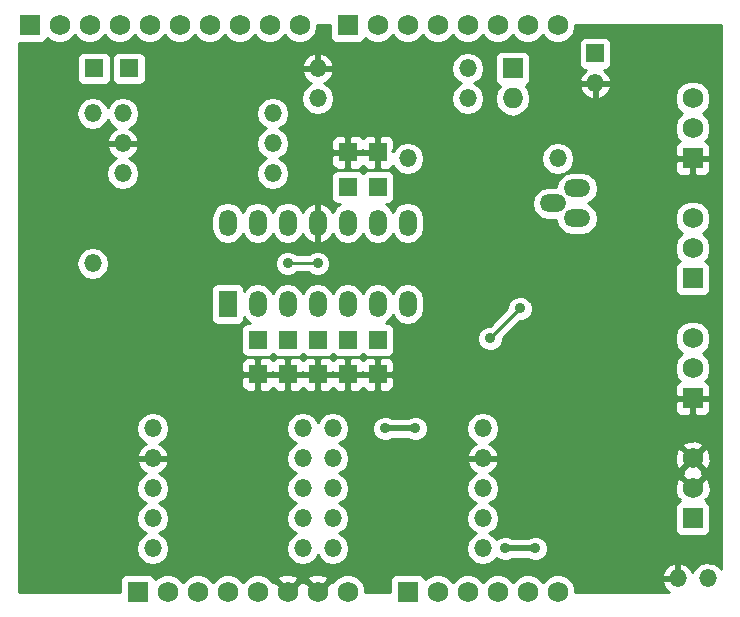
<source format=gbl>
G04 (created by PCBNEW (22-Jun-2014 BZR 4027)-stable) date Sun 28 Jan 2018 01:51:53 PM CST*
%MOIN*%
G04 Gerber Fmt 3.4, Leading zero omitted, Abs format*
%FSLAX34Y34*%
G01*
G70*
G90*
G04 APERTURE LIST*
%ADD10C,0.00590551*%
%ADD11O,0.0885X0.059*%
%ADD12R,0.069X0.069*%
%ADD13C,0.069*%
%ADD14O,0.059X0.059*%
%ADD15R,0.059X0.059*%
%ADD16R,0.059X0.0885*%
%ADD17O,0.059X0.0885*%
%ADD18R,0.064X0.059*%
%ADD19R,0.059X0.064*%
%ADD20O,0.069X0.069*%
%ADD21C,0.035*%
%ADD22C,0.02*%
%ADD23C,0.01*%
G04 APERTURE END LIST*
G54D10*
G54D11*
X87647Y-55500D03*
X86852Y-55000D03*
X87647Y-54500D03*
G54D12*
X91500Y-53500D03*
G54D13*
X91500Y-51500D03*
X91500Y-52500D03*
G54D12*
X91500Y-61500D03*
G54D13*
X91500Y-59500D03*
X91500Y-60500D03*
G54D12*
X91500Y-57500D03*
G54D13*
X91500Y-55500D03*
X91500Y-56500D03*
G54D12*
X91500Y-65500D03*
G54D13*
X91500Y-63500D03*
X91500Y-64500D03*
G54D14*
X78500Y-62500D03*
X73500Y-62500D03*
X79500Y-66500D03*
X84500Y-66500D03*
X78500Y-66500D03*
X73500Y-66500D03*
X72500Y-52000D03*
X77500Y-52000D03*
X73500Y-63500D03*
X78500Y-63500D03*
X78500Y-64500D03*
X73500Y-64500D03*
X77500Y-54000D03*
X72500Y-54000D03*
X73500Y-65500D03*
X78500Y-65500D03*
X72500Y-53000D03*
X77500Y-53000D03*
X79500Y-62500D03*
X84500Y-62500D03*
X71500Y-57000D03*
X71500Y-52000D03*
X87000Y-53500D03*
X82000Y-53500D03*
X79000Y-51500D03*
X84000Y-51500D03*
X84500Y-65500D03*
X79500Y-65500D03*
X79500Y-64500D03*
X84500Y-64500D03*
X84500Y-63500D03*
X79500Y-63500D03*
G54D15*
X88250Y-50000D03*
G54D14*
X88250Y-51000D03*
G54D16*
X76000Y-58352D03*
G54D17*
X77000Y-58352D03*
X78000Y-58352D03*
X79000Y-58352D03*
X79000Y-55647D03*
X78000Y-55647D03*
X77000Y-55647D03*
X76000Y-55647D03*
X80000Y-58352D03*
X81000Y-58352D03*
X82000Y-58352D03*
X80000Y-55647D03*
X81000Y-55647D03*
X82000Y-55647D03*
G54D18*
X71550Y-50500D03*
X72700Y-50500D03*
G54D19*
X77000Y-59550D03*
X77000Y-60700D03*
X78000Y-59550D03*
X78000Y-60700D03*
X81000Y-54450D03*
X81000Y-53300D03*
X80000Y-54450D03*
X80000Y-53300D03*
X81000Y-59550D03*
X81000Y-60700D03*
X80000Y-59550D03*
X80000Y-60700D03*
X79000Y-59550D03*
X79000Y-60700D03*
G54D12*
X73000Y-67950D03*
G54D13*
X74000Y-67950D03*
X75000Y-67950D03*
X76000Y-67950D03*
X77000Y-67950D03*
X78000Y-67950D03*
X79000Y-67950D03*
X80000Y-67950D03*
G54D12*
X80000Y-49050D03*
G54D13*
X81000Y-49050D03*
X82000Y-49050D03*
X83000Y-49050D03*
X84000Y-49050D03*
X85000Y-49050D03*
X86000Y-49050D03*
X87000Y-49050D03*
G54D12*
X82000Y-67950D03*
G54D13*
X83000Y-67950D03*
X84000Y-67950D03*
X85000Y-67950D03*
X86000Y-67950D03*
X87000Y-67950D03*
G54D12*
X69400Y-49050D03*
G54D13*
X70400Y-49050D03*
X71400Y-49050D03*
X72400Y-49050D03*
X73400Y-49050D03*
X74400Y-49050D03*
X75400Y-49050D03*
X76400Y-49050D03*
X77400Y-49050D03*
X78400Y-49050D03*
G54D14*
X79000Y-50500D03*
X84000Y-50500D03*
G54D12*
X85500Y-50500D03*
G54D20*
X85500Y-51500D03*
G54D14*
X92000Y-67500D03*
X91000Y-67500D03*
G54D21*
X82250Y-62500D03*
X81250Y-62500D03*
X86250Y-66500D03*
X85250Y-66500D03*
X78000Y-57000D03*
X79000Y-57000D03*
X84750Y-59500D03*
X85750Y-58500D03*
G54D22*
X81250Y-62500D02*
X82250Y-62500D01*
X86250Y-66500D02*
X85250Y-66500D01*
G54D23*
X78000Y-57000D02*
X79000Y-57000D01*
X85750Y-58500D02*
X84750Y-59500D01*
G54D10*
G36*
X92450Y-67195D02*
X92396Y-67114D01*
X92219Y-66996D01*
X92099Y-66972D01*
X92099Y-64592D01*
X92099Y-63592D01*
X92095Y-63489D01*
X92095Y-60382D01*
X92004Y-60163D01*
X91841Y-59999D01*
X92004Y-59837D01*
X92094Y-59618D01*
X92095Y-59382D01*
X92095Y-56382D01*
X92004Y-56163D01*
X91841Y-55999D01*
X92004Y-55837D01*
X92094Y-55618D01*
X92095Y-55382D01*
X92095Y-52382D01*
X92004Y-52163D01*
X91841Y-51999D01*
X92004Y-51837D01*
X92094Y-51618D01*
X92095Y-51382D01*
X92004Y-51163D01*
X91837Y-50995D01*
X91618Y-50905D01*
X91382Y-50904D01*
X91163Y-50995D01*
X90995Y-51162D01*
X90905Y-51381D01*
X90904Y-51617D01*
X90995Y-51836D01*
X91158Y-52000D01*
X90995Y-52162D01*
X90905Y-52381D01*
X90904Y-52617D01*
X90995Y-52836D01*
X91075Y-52917D01*
X91013Y-52943D01*
X90942Y-53013D01*
X90904Y-53105D01*
X90905Y-53387D01*
X90967Y-53450D01*
X91450Y-53450D01*
X91450Y-53442D01*
X91550Y-53442D01*
X91550Y-53450D01*
X92032Y-53450D01*
X92095Y-53387D01*
X92095Y-53105D01*
X92057Y-53013D01*
X91986Y-52943D01*
X91924Y-52917D01*
X92004Y-52837D01*
X92094Y-52618D01*
X92095Y-52382D01*
X92095Y-55382D01*
X92095Y-55382D01*
X92095Y-53894D01*
X92095Y-53612D01*
X92032Y-53550D01*
X91550Y-53550D01*
X91550Y-54032D01*
X91612Y-54095D01*
X91795Y-54095D01*
X91894Y-54094D01*
X91986Y-54056D01*
X92057Y-53986D01*
X92095Y-53894D01*
X92095Y-55382D01*
X92004Y-55163D01*
X91837Y-54995D01*
X91618Y-54905D01*
X91450Y-54904D01*
X91450Y-54032D01*
X91450Y-53550D01*
X90967Y-53550D01*
X90905Y-53612D01*
X90904Y-53894D01*
X90942Y-53986D01*
X91013Y-54056D01*
X91105Y-54094D01*
X91204Y-54095D01*
X91387Y-54095D01*
X91450Y-54032D01*
X91450Y-54904D01*
X91382Y-54904D01*
X91163Y-54995D01*
X90995Y-55162D01*
X90905Y-55381D01*
X90904Y-55617D01*
X90995Y-55836D01*
X91158Y-56000D01*
X90995Y-56162D01*
X90905Y-56381D01*
X90904Y-56617D01*
X90995Y-56836D01*
X91075Y-56917D01*
X91013Y-56942D01*
X90943Y-57013D01*
X90905Y-57105D01*
X90904Y-57204D01*
X90904Y-57894D01*
X90942Y-57986D01*
X91013Y-58056D01*
X91105Y-58094D01*
X91204Y-58095D01*
X91894Y-58095D01*
X91986Y-58057D01*
X92056Y-57986D01*
X92094Y-57894D01*
X92095Y-57795D01*
X92095Y-57105D01*
X92057Y-57013D01*
X91986Y-56943D01*
X91924Y-56917D01*
X92004Y-56837D01*
X92094Y-56618D01*
X92095Y-56382D01*
X92095Y-59382D01*
X92004Y-59163D01*
X91837Y-58995D01*
X91618Y-58905D01*
X91382Y-58904D01*
X91163Y-58995D01*
X90995Y-59162D01*
X90905Y-59381D01*
X90904Y-59617D01*
X90995Y-59836D01*
X91158Y-60000D01*
X90995Y-60162D01*
X90905Y-60381D01*
X90904Y-60617D01*
X90995Y-60836D01*
X91075Y-60917D01*
X91013Y-60943D01*
X90942Y-61013D01*
X90904Y-61105D01*
X90905Y-61387D01*
X90967Y-61450D01*
X91450Y-61450D01*
X91450Y-61442D01*
X91550Y-61442D01*
X91550Y-61450D01*
X92032Y-61450D01*
X92095Y-61387D01*
X92095Y-61105D01*
X92057Y-61013D01*
X91986Y-60943D01*
X91924Y-60917D01*
X92004Y-60837D01*
X92094Y-60618D01*
X92095Y-60382D01*
X92095Y-63489D01*
X92095Y-63488D01*
X92095Y-61894D01*
X92095Y-61612D01*
X92032Y-61550D01*
X91550Y-61550D01*
X91550Y-62032D01*
X91612Y-62095D01*
X91795Y-62095D01*
X91894Y-62094D01*
X91986Y-62056D01*
X92057Y-61986D01*
X92095Y-61894D01*
X92095Y-63488D01*
X92089Y-63356D01*
X92018Y-63185D01*
X91918Y-63152D01*
X91847Y-63222D01*
X91847Y-63081D01*
X91814Y-62981D01*
X91592Y-62900D01*
X91450Y-62906D01*
X91450Y-62032D01*
X91450Y-61550D01*
X90967Y-61550D01*
X90905Y-61612D01*
X90904Y-61894D01*
X90942Y-61986D01*
X91013Y-62056D01*
X91105Y-62094D01*
X91204Y-62095D01*
X91387Y-62095D01*
X91450Y-62032D01*
X91450Y-62906D01*
X91356Y-62910D01*
X91185Y-62981D01*
X91152Y-63081D01*
X91500Y-63429D01*
X91847Y-63081D01*
X91847Y-63222D01*
X91570Y-63500D01*
X91918Y-63847D01*
X92018Y-63814D01*
X92099Y-63592D01*
X92099Y-64592D01*
X92089Y-64356D01*
X92018Y-64185D01*
X91918Y-64152D01*
X91847Y-64222D01*
X91847Y-64081D01*
X91821Y-64000D01*
X91847Y-63918D01*
X91500Y-63570D01*
X91429Y-63641D01*
X91429Y-63500D01*
X91081Y-63152D01*
X90981Y-63185D01*
X90900Y-63407D01*
X90910Y-63643D01*
X90981Y-63814D01*
X91081Y-63847D01*
X91429Y-63500D01*
X91429Y-63641D01*
X91152Y-63918D01*
X91178Y-64000D01*
X91152Y-64081D01*
X91500Y-64429D01*
X91847Y-64081D01*
X91847Y-64222D01*
X91570Y-64500D01*
X91576Y-64505D01*
X91505Y-64576D01*
X91500Y-64570D01*
X91494Y-64576D01*
X91429Y-64511D01*
X91423Y-64505D01*
X91429Y-64500D01*
X91081Y-64152D01*
X90981Y-64185D01*
X90900Y-64407D01*
X90910Y-64643D01*
X90981Y-64814D01*
X91081Y-64847D01*
X91036Y-64892D01*
X91065Y-64921D01*
X91013Y-64942D01*
X90943Y-65013D01*
X90905Y-65105D01*
X90904Y-65204D01*
X90904Y-65894D01*
X90942Y-65986D01*
X91013Y-66056D01*
X91105Y-66094D01*
X91204Y-66095D01*
X91894Y-66095D01*
X91986Y-66057D01*
X92056Y-65986D01*
X92094Y-65894D01*
X92095Y-65795D01*
X92095Y-65105D01*
X92057Y-65013D01*
X91986Y-64943D01*
X91934Y-64921D01*
X91963Y-64892D01*
X91918Y-64847D01*
X92018Y-64814D01*
X92099Y-64592D01*
X92099Y-66972D01*
X92095Y-66971D01*
X92010Y-66955D01*
X91989Y-66955D01*
X91780Y-66996D01*
X91603Y-67114D01*
X91492Y-67280D01*
X91468Y-67221D01*
X91326Y-67063D01*
X91134Y-66971D01*
X91050Y-67019D01*
X91050Y-67450D01*
X91057Y-67450D01*
X91057Y-67550D01*
X91050Y-67550D01*
X91050Y-67557D01*
X90950Y-67557D01*
X90950Y-67550D01*
X90950Y-67450D01*
X90950Y-67019D01*
X90865Y-66971D01*
X90673Y-67063D01*
X90531Y-67221D01*
X90471Y-67365D01*
X90520Y-67450D01*
X90950Y-67450D01*
X90950Y-67550D01*
X90520Y-67550D01*
X90471Y-67634D01*
X90531Y-67778D01*
X90673Y-67936D01*
X90701Y-67950D01*
X88795Y-67950D01*
X88795Y-50245D01*
X88795Y-49655D01*
X88757Y-49563D01*
X88686Y-49493D01*
X88594Y-49455D01*
X88495Y-49454D01*
X87905Y-49454D01*
X87813Y-49492D01*
X87743Y-49563D01*
X87705Y-49655D01*
X87704Y-49754D01*
X87704Y-50344D01*
X87742Y-50436D01*
X87813Y-50506D01*
X87905Y-50544D01*
X87956Y-50545D01*
X87813Y-50673D01*
X87721Y-50865D01*
X87769Y-50950D01*
X88200Y-50950D01*
X88200Y-50942D01*
X88300Y-50942D01*
X88300Y-50950D01*
X88730Y-50950D01*
X88778Y-50865D01*
X88686Y-50673D01*
X88543Y-50545D01*
X88594Y-50545D01*
X88686Y-50507D01*
X88756Y-50436D01*
X88794Y-50344D01*
X88795Y-50245D01*
X88795Y-67950D01*
X88778Y-67950D01*
X88778Y-51134D01*
X88730Y-51050D01*
X88300Y-51050D01*
X88300Y-51479D01*
X88384Y-51528D01*
X88528Y-51468D01*
X88686Y-51326D01*
X88778Y-51134D01*
X88778Y-67950D01*
X88353Y-67950D01*
X88353Y-55500D01*
X88312Y-55291D01*
X88193Y-55114D01*
X88022Y-55000D01*
X88193Y-54885D01*
X88312Y-54708D01*
X88353Y-54500D01*
X88312Y-54291D01*
X88200Y-54123D01*
X88200Y-51479D01*
X88200Y-51050D01*
X87769Y-51050D01*
X87721Y-51134D01*
X87813Y-51326D01*
X87971Y-51468D01*
X88115Y-51528D01*
X88200Y-51479D01*
X88200Y-54123D01*
X88193Y-54114D01*
X88017Y-53996D01*
X87808Y-53955D01*
X87555Y-53955D01*
X87555Y-53500D01*
X87514Y-53291D01*
X87396Y-53114D01*
X87219Y-52996D01*
X87010Y-52955D01*
X86989Y-52955D01*
X86780Y-52996D01*
X86603Y-53114D01*
X86485Y-53291D01*
X86444Y-53500D01*
X86485Y-53708D01*
X86603Y-53885D01*
X86780Y-54003D01*
X86989Y-54045D01*
X87010Y-54045D01*
X87219Y-54003D01*
X87396Y-53885D01*
X87514Y-53708D01*
X87555Y-53500D01*
X87555Y-53955D01*
X87486Y-53955D01*
X87277Y-53996D01*
X87101Y-54114D01*
X86982Y-54291D01*
X86950Y-54455D01*
X86691Y-54455D01*
X86482Y-54496D01*
X86306Y-54614D01*
X86187Y-54791D01*
X86146Y-55000D01*
X86187Y-55208D01*
X86306Y-55385D01*
X86482Y-55503D01*
X86691Y-55545D01*
X86950Y-55545D01*
X86982Y-55708D01*
X87101Y-55885D01*
X87277Y-56003D01*
X87486Y-56045D01*
X87808Y-56045D01*
X88017Y-56003D01*
X88193Y-55885D01*
X88312Y-55708D01*
X88353Y-55500D01*
X88353Y-67950D01*
X87595Y-67950D01*
X87595Y-67832D01*
X87504Y-67613D01*
X87337Y-67445D01*
X87118Y-67355D01*
X86882Y-67354D01*
X86675Y-67440D01*
X86675Y-66415D01*
X86610Y-66259D01*
X86491Y-66139D01*
X86334Y-66075D01*
X86175Y-66074D01*
X86175Y-58415D01*
X86110Y-58259D01*
X86095Y-58244D01*
X86095Y-50795D01*
X86095Y-50105D01*
X86057Y-50013D01*
X85986Y-49943D01*
X85894Y-49905D01*
X85795Y-49904D01*
X85105Y-49904D01*
X85013Y-49942D01*
X84943Y-50013D01*
X84905Y-50105D01*
X84904Y-50204D01*
X84904Y-50894D01*
X84942Y-50986D01*
X85013Y-51056D01*
X85070Y-51080D01*
X84950Y-51260D01*
X84905Y-51488D01*
X84905Y-51511D01*
X84950Y-51739D01*
X85079Y-51932D01*
X85272Y-52061D01*
X85500Y-52106D01*
X85727Y-52061D01*
X85920Y-51932D01*
X86049Y-51739D01*
X86095Y-51511D01*
X86095Y-51488D01*
X86049Y-51260D01*
X85929Y-51080D01*
X85986Y-51057D01*
X86056Y-50986D01*
X86094Y-50894D01*
X86095Y-50795D01*
X86095Y-58244D01*
X85991Y-58139D01*
X85834Y-58075D01*
X85665Y-58074D01*
X85509Y-58139D01*
X85389Y-58258D01*
X85325Y-58415D01*
X85324Y-58500D01*
X84750Y-59075D01*
X84665Y-59074D01*
X84555Y-59120D01*
X84555Y-51500D01*
X84514Y-51291D01*
X84396Y-51114D01*
X84224Y-51000D01*
X84396Y-50885D01*
X84514Y-50708D01*
X84555Y-50500D01*
X84514Y-50291D01*
X84396Y-50114D01*
X84219Y-49996D01*
X84010Y-49955D01*
X83989Y-49955D01*
X83780Y-49996D01*
X83603Y-50114D01*
X83485Y-50291D01*
X83444Y-50500D01*
X83485Y-50708D01*
X83603Y-50885D01*
X83775Y-51000D01*
X83603Y-51114D01*
X83485Y-51291D01*
X83444Y-51500D01*
X83485Y-51708D01*
X83603Y-51885D01*
X83780Y-52003D01*
X83989Y-52045D01*
X84010Y-52045D01*
X84219Y-52003D01*
X84396Y-51885D01*
X84514Y-51708D01*
X84555Y-51500D01*
X84555Y-59120D01*
X84509Y-59139D01*
X84389Y-59258D01*
X84325Y-59415D01*
X84324Y-59584D01*
X84389Y-59740D01*
X84508Y-59860D01*
X84665Y-59924D01*
X84834Y-59925D01*
X84990Y-59860D01*
X85110Y-59741D01*
X85174Y-59584D01*
X85175Y-59499D01*
X85749Y-58924D01*
X85834Y-58925D01*
X85990Y-58860D01*
X86110Y-58741D01*
X86174Y-58584D01*
X86175Y-58415D01*
X86175Y-66074D01*
X86165Y-66074D01*
X86009Y-66139D01*
X85999Y-66150D01*
X85501Y-66150D01*
X85491Y-66139D01*
X85334Y-66075D01*
X85165Y-66074D01*
X85009Y-66139D01*
X84951Y-66197D01*
X84896Y-66114D01*
X84724Y-66000D01*
X84896Y-65885D01*
X85014Y-65708D01*
X85055Y-65500D01*
X85014Y-65291D01*
X84896Y-65114D01*
X84724Y-65000D01*
X84896Y-64885D01*
X85014Y-64708D01*
X85055Y-64500D01*
X85055Y-62500D01*
X85014Y-62291D01*
X84896Y-62114D01*
X84719Y-61996D01*
X84510Y-61955D01*
X84489Y-61955D01*
X84280Y-61996D01*
X84103Y-62114D01*
X83985Y-62291D01*
X83944Y-62500D01*
X83985Y-62708D01*
X84103Y-62885D01*
X84280Y-63003D01*
X84293Y-63006D01*
X84173Y-63063D01*
X84031Y-63221D01*
X83971Y-63365D01*
X84020Y-63450D01*
X84450Y-63450D01*
X84450Y-63442D01*
X84550Y-63442D01*
X84550Y-63450D01*
X84979Y-63450D01*
X85028Y-63365D01*
X84968Y-63221D01*
X84826Y-63063D01*
X84706Y-63006D01*
X84719Y-63003D01*
X84896Y-62885D01*
X85014Y-62708D01*
X85055Y-62500D01*
X85055Y-64500D01*
X85014Y-64291D01*
X84896Y-64114D01*
X84719Y-63996D01*
X84706Y-63993D01*
X84826Y-63936D01*
X84968Y-63778D01*
X85028Y-63634D01*
X84979Y-63550D01*
X84550Y-63550D01*
X84550Y-63557D01*
X84450Y-63557D01*
X84450Y-63550D01*
X84020Y-63550D01*
X83971Y-63634D01*
X84031Y-63778D01*
X84173Y-63936D01*
X84293Y-63993D01*
X84280Y-63996D01*
X84103Y-64114D01*
X83985Y-64291D01*
X83944Y-64500D01*
X83985Y-64708D01*
X84103Y-64885D01*
X84275Y-65000D01*
X84103Y-65114D01*
X83985Y-65291D01*
X83944Y-65500D01*
X83985Y-65708D01*
X84103Y-65885D01*
X84275Y-66000D01*
X84103Y-66114D01*
X83985Y-66291D01*
X83944Y-66500D01*
X83985Y-66708D01*
X84103Y-66885D01*
X84280Y-67003D01*
X84489Y-67045D01*
X84510Y-67045D01*
X84719Y-67003D01*
X84896Y-66885D01*
X84951Y-66802D01*
X85008Y-66860D01*
X85165Y-66924D01*
X85334Y-66925D01*
X85490Y-66860D01*
X85500Y-66850D01*
X85998Y-66850D01*
X86008Y-66860D01*
X86165Y-66924D01*
X86334Y-66925D01*
X86490Y-66860D01*
X86610Y-66741D01*
X86674Y-66584D01*
X86675Y-66415D01*
X86675Y-67440D01*
X86663Y-67445D01*
X86499Y-67608D01*
X86337Y-67445D01*
X86118Y-67355D01*
X85882Y-67354D01*
X85663Y-67445D01*
X85499Y-67608D01*
X85337Y-67445D01*
X85118Y-67355D01*
X84882Y-67354D01*
X84663Y-67445D01*
X84499Y-67608D01*
X84337Y-67445D01*
X84118Y-67355D01*
X83882Y-67354D01*
X83663Y-67445D01*
X83499Y-67608D01*
X83337Y-67445D01*
X83118Y-67355D01*
X82882Y-67354D01*
X82675Y-67440D01*
X82675Y-62415D01*
X82610Y-62259D01*
X82555Y-62204D01*
X82555Y-53500D01*
X82514Y-53291D01*
X82396Y-53114D01*
X82219Y-52996D01*
X82010Y-52955D01*
X81989Y-52955D01*
X81780Y-52996D01*
X81603Y-53114D01*
X81545Y-53202D01*
X81513Y-53249D01*
X81482Y-53249D01*
X81545Y-53187D01*
X81545Y-52930D01*
X81507Y-52838D01*
X81436Y-52768D01*
X81344Y-52730D01*
X81245Y-52729D01*
X81112Y-52730D01*
X81050Y-52792D01*
X81050Y-53250D01*
X81057Y-53250D01*
X81057Y-53350D01*
X81050Y-53350D01*
X81050Y-53807D01*
X81112Y-53870D01*
X81245Y-53870D01*
X81344Y-53869D01*
X81436Y-53831D01*
X81507Y-53761D01*
X81512Y-53748D01*
X81603Y-53885D01*
X81780Y-54003D01*
X81989Y-54045D01*
X82010Y-54045D01*
X82219Y-54003D01*
X82396Y-53885D01*
X82514Y-53708D01*
X82555Y-53500D01*
X82555Y-62204D01*
X82545Y-62193D01*
X82545Y-58513D01*
X82545Y-58191D01*
X82545Y-55808D01*
X82545Y-55486D01*
X82503Y-55277D01*
X82385Y-55101D01*
X82208Y-54982D01*
X82000Y-54941D01*
X81791Y-54982D01*
X81614Y-55101D01*
X81500Y-55272D01*
X81385Y-55101D01*
X81264Y-55020D01*
X81344Y-55020D01*
X81436Y-54982D01*
X81506Y-54911D01*
X81544Y-54819D01*
X81545Y-54720D01*
X81545Y-54080D01*
X81507Y-53988D01*
X81436Y-53918D01*
X81344Y-53880D01*
X81245Y-53879D01*
X80950Y-53879D01*
X80950Y-53807D01*
X80950Y-53350D01*
X80950Y-53250D01*
X80950Y-52792D01*
X80887Y-52730D01*
X80754Y-52729D01*
X80655Y-52730D01*
X80563Y-52768D01*
X80500Y-52831D01*
X80436Y-52768D01*
X80344Y-52730D01*
X80245Y-52729D01*
X80112Y-52730D01*
X80050Y-52792D01*
X80050Y-53250D01*
X80482Y-53250D01*
X80500Y-53232D01*
X80517Y-53250D01*
X80950Y-53250D01*
X80950Y-53350D01*
X80517Y-53350D01*
X80500Y-53367D01*
X80482Y-53350D01*
X80050Y-53350D01*
X80050Y-53807D01*
X80112Y-53870D01*
X80245Y-53870D01*
X80344Y-53869D01*
X80436Y-53831D01*
X80500Y-53768D01*
X80563Y-53831D01*
X80655Y-53869D01*
X80754Y-53870D01*
X80887Y-53870D01*
X80950Y-53807D01*
X80950Y-53879D01*
X80655Y-53879D01*
X80563Y-53917D01*
X80499Y-53981D01*
X80436Y-53918D01*
X80344Y-53880D01*
X80245Y-53879D01*
X79950Y-53879D01*
X79950Y-53807D01*
X79950Y-53350D01*
X79950Y-53250D01*
X79950Y-52792D01*
X79887Y-52730D01*
X79754Y-52729D01*
X79655Y-52730D01*
X79563Y-52768D01*
X79555Y-52775D01*
X79555Y-51500D01*
X79514Y-51291D01*
X79396Y-51114D01*
X79219Y-50996D01*
X79206Y-50993D01*
X79326Y-50936D01*
X79468Y-50778D01*
X79528Y-50634D01*
X79528Y-50365D01*
X79468Y-50221D01*
X79326Y-50063D01*
X79134Y-49971D01*
X79050Y-50019D01*
X79050Y-50450D01*
X79479Y-50450D01*
X79528Y-50365D01*
X79528Y-50634D01*
X79479Y-50550D01*
X79050Y-50550D01*
X79050Y-50557D01*
X78950Y-50557D01*
X78950Y-50550D01*
X78950Y-50450D01*
X78950Y-50019D01*
X78865Y-49971D01*
X78673Y-50063D01*
X78531Y-50221D01*
X78471Y-50365D01*
X78520Y-50450D01*
X78950Y-50450D01*
X78950Y-50550D01*
X78520Y-50550D01*
X78471Y-50634D01*
X78531Y-50778D01*
X78673Y-50936D01*
X78793Y-50993D01*
X78780Y-50996D01*
X78603Y-51114D01*
X78485Y-51291D01*
X78444Y-51500D01*
X78485Y-51708D01*
X78603Y-51885D01*
X78780Y-52003D01*
X78989Y-52045D01*
X79010Y-52045D01*
X79219Y-52003D01*
X79396Y-51885D01*
X79514Y-51708D01*
X79555Y-51500D01*
X79555Y-52775D01*
X79492Y-52838D01*
X79454Y-52930D01*
X79455Y-53187D01*
X79517Y-53250D01*
X79950Y-53250D01*
X79950Y-53350D01*
X79517Y-53350D01*
X79455Y-53412D01*
X79454Y-53669D01*
X79492Y-53761D01*
X79563Y-53831D01*
X79655Y-53869D01*
X79754Y-53870D01*
X79887Y-53870D01*
X79950Y-53807D01*
X79950Y-53879D01*
X79655Y-53879D01*
X79563Y-53917D01*
X79493Y-53988D01*
X79455Y-54080D01*
X79454Y-54179D01*
X79454Y-54819D01*
X79492Y-54911D01*
X79563Y-54981D01*
X79655Y-55019D01*
X79735Y-55020D01*
X79614Y-55101D01*
X79496Y-55277D01*
X79495Y-55282D01*
X79484Y-55245D01*
X79350Y-55079D01*
X79162Y-54977D01*
X79134Y-54971D01*
X79050Y-55020D01*
X79050Y-55597D01*
X79057Y-55597D01*
X79057Y-55697D01*
X79050Y-55697D01*
X79050Y-56274D01*
X79134Y-56323D01*
X79162Y-56317D01*
X79350Y-56215D01*
X79484Y-56049D01*
X79495Y-56012D01*
X79496Y-56017D01*
X79614Y-56193D01*
X79791Y-56312D01*
X80000Y-56353D01*
X80208Y-56312D01*
X80385Y-56193D01*
X80500Y-56022D01*
X80614Y-56193D01*
X80791Y-56312D01*
X81000Y-56353D01*
X81208Y-56312D01*
X81385Y-56193D01*
X81500Y-56022D01*
X81614Y-56193D01*
X81791Y-56312D01*
X82000Y-56353D01*
X82208Y-56312D01*
X82385Y-56193D01*
X82503Y-56017D01*
X82545Y-55808D01*
X82545Y-58191D01*
X82503Y-57982D01*
X82385Y-57806D01*
X82208Y-57687D01*
X82000Y-57646D01*
X81791Y-57687D01*
X81614Y-57806D01*
X81500Y-57977D01*
X81385Y-57806D01*
X81208Y-57687D01*
X81000Y-57646D01*
X80791Y-57687D01*
X80614Y-57806D01*
X80500Y-57977D01*
X80385Y-57806D01*
X80208Y-57687D01*
X80000Y-57646D01*
X79791Y-57687D01*
X79614Y-57806D01*
X79500Y-57977D01*
X79425Y-57865D01*
X79425Y-56915D01*
X79360Y-56759D01*
X79241Y-56639D01*
X79084Y-56575D01*
X78950Y-56574D01*
X78950Y-56274D01*
X78950Y-55697D01*
X78942Y-55697D01*
X78942Y-55597D01*
X78950Y-55597D01*
X78950Y-55020D01*
X78865Y-54971D01*
X78837Y-54977D01*
X78649Y-55079D01*
X78515Y-55245D01*
X78504Y-55282D01*
X78503Y-55277D01*
X78385Y-55101D01*
X78208Y-54982D01*
X78055Y-54952D01*
X78055Y-54000D01*
X78014Y-53791D01*
X77896Y-53614D01*
X77724Y-53500D01*
X77896Y-53385D01*
X78014Y-53208D01*
X78055Y-53000D01*
X78014Y-52791D01*
X77896Y-52614D01*
X77724Y-52500D01*
X77896Y-52385D01*
X78014Y-52208D01*
X78055Y-52000D01*
X78014Y-51791D01*
X77896Y-51614D01*
X77719Y-51496D01*
X77510Y-51455D01*
X77489Y-51455D01*
X77280Y-51496D01*
X77103Y-51614D01*
X76985Y-51791D01*
X76944Y-52000D01*
X76985Y-52208D01*
X77103Y-52385D01*
X77275Y-52500D01*
X77103Y-52614D01*
X76985Y-52791D01*
X76944Y-53000D01*
X76985Y-53208D01*
X77103Y-53385D01*
X77275Y-53500D01*
X77103Y-53614D01*
X76985Y-53791D01*
X76944Y-54000D01*
X76985Y-54208D01*
X77103Y-54385D01*
X77280Y-54503D01*
X77489Y-54545D01*
X77510Y-54545D01*
X77719Y-54503D01*
X77896Y-54385D01*
X78014Y-54208D01*
X78055Y-54000D01*
X78055Y-54952D01*
X78000Y-54941D01*
X77791Y-54982D01*
X77614Y-55101D01*
X77500Y-55272D01*
X77385Y-55101D01*
X77208Y-54982D01*
X77000Y-54941D01*
X76791Y-54982D01*
X76614Y-55101D01*
X76500Y-55272D01*
X76385Y-55101D01*
X76208Y-54982D01*
X76000Y-54941D01*
X75791Y-54982D01*
X75614Y-55101D01*
X75496Y-55277D01*
X75455Y-55486D01*
X75455Y-55808D01*
X75496Y-56017D01*
X75614Y-56193D01*
X75791Y-56312D01*
X76000Y-56353D01*
X76208Y-56312D01*
X76385Y-56193D01*
X76500Y-56022D01*
X76614Y-56193D01*
X76791Y-56312D01*
X77000Y-56353D01*
X77208Y-56312D01*
X77385Y-56193D01*
X77500Y-56022D01*
X77614Y-56193D01*
X77791Y-56312D01*
X78000Y-56353D01*
X78208Y-56312D01*
X78385Y-56193D01*
X78503Y-56017D01*
X78504Y-56012D01*
X78515Y-56049D01*
X78649Y-56215D01*
X78837Y-56317D01*
X78865Y-56323D01*
X78950Y-56274D01*
X78950Y-56574D01*
X78915Y-56574D01*
X78759Y-56639D01*
X78698Y-56700D01*
X78301Y-56700D01*
X78241Y-56639D01*
X78084Y-56575D01*
X77915Y-56574D01*
X77759Y-56639D01*
X77639Y-56758D01*
X77575Y-56915D01*
X77574Y-57084D01*
X77639Y-57240D01*
X77758Y-57360D01*
X77915Y-57424D01*
X78084Y-57425D01*
X78240Y-57360D01*
X78301Y-57300D01*
X78698Y-57300D01*
X78758Y-57360D01*
X78915Y-57424D01*
X79084Y-57425D01*
X79240Y-57360D01*
X79360Y-57241D01*
X79424Y-57084D01*
X79425Y-56915D01*
X79425Y-57865D01*
X79385Y-57806D01*
X79208Y-57687D01*
X79000Y-57646D01*
X78791Y-57687D01*
X78614Y-57806D01*
X78500Y-57977D01*
X78385Y-57806D01*
X78208Y-57687D01*
X78000Y-57646D01*
X77791Y-57687D01*
X77614Y-57806D01*
X77500Y-57977D01*
X77385Y-57806D01*
X77208Y-57687D01*
X77000Y-57646D01*
X76791Y-57687D01*
X76614Y-57806D01*
X76545Y-57910D01*
X76545Y-57860D01*
X76507Y-57768D01*
X76436Y-57698D01*
X76344Y-57660D01*
X76245Y-57659D01*
X75655Y-57659D01*
X75563Y-57697D01*
X75493Y-57768D01*
X75455Y-57860D01*
X75454Y-57959D01*
X75454Y-58844D01*
X75492Y-58936D01*
X75563Y-59006D01*
X75655Y-59044D01*
X75754Y-59045D01*
X76344Y-59045D01*
X76436Y-59007D01*
X76506Y-58936D01*
X76544Y-58844D01*
X76545Y-58794D01*
X76614Y-58898D01*
X76735Y-58979D01*
X76655Y-58979D01*
X76563Y-59017D01*
X76493Y-59088D01*
X76455Y-59180D01*
X76454Y-59279D01*
X76454Y-59919D01*
X76492Y-60011D01*
X76563Y-60081D01*
X76655Y-60119D01*
X76754Y-60120D01*
X77344Y-60120D01*
X77436Y-60082D01*
X77500Y-60018D01*
X77563Y-60081D01*
X77655Y-60119D01*
X77754Y-60120D01*
X78344Y-60120D01*
X78436Y-60082D01*
X78500Y-60018D01*
X78563Y-60081D01*
X78655Y-60119D01*
X78754Y-60120D01*
X79344Y-60120D01*
X79436Y-60082D01*
X79500Y-60018D01*
X79563Y-60081D01*
X79655Y-60119D01*
X79754Y-60120D01*
X80344Y-60120D01*
X80436Y-60082D01*
X80500Y-60018D01*
X80563Y-60081D01*
X80655Y-60119D01*
X80754Y-60120D01*
X81344Y-60120D01*
X81436Y-60082D01*
X81506Y-60011D01*
X81544Y-59919D01*
X81545Y-59820D01*
X81545Y-59180D01*
X81507Y-59088D01*
X81436Y-59018D01*
X81344Y-58980D01*
X81264Y-58979D01*
X81385Y-58898D01*
X81500Y-58727D01*
X81614Y-58898D01*
X81791Y-59017D01*
X82000Y-59058D01*
X82208Y-59017D01*
X82385Y-58898D01*
X82503Y-58722D01*
X82545Y-58513D01*
X82545Y-62193D01*
X82491Y-62139D01*
X82334Y-62075D01*
X82165Y-62074D01*
X82009Y-62139D01*
X81999Y-62150D01*
X81545Y-62150D01*
X81545Y-61069D01*
X81545Y-60330D01*
X81507Y-60238D01*
X81436Y-60168D01*
X81344Y-60130D01*
X81245Y-60129D01*
X81112Y-60130D01*
X81050Y-60192D01*
X81050Y-60650D01*
X81482Y-60650D01*
X81545Y-60587D01*
X81545Y-60330D01*
X81545Y-61069D01*
X81545Y-60812D01*
X81482Y-60750D01*
X81050Y-60750D01*
X81050Y-61207D01*
X81112Y-61270D01*
X81245Y-61270D01*
X81344Y-61269D01*
X81436Y-61231D01*
X81507Y-61161D01*
X81545Y-61069D01*
X81545Y-62150D01*
X81501Y-62150D01*
X81491Y-62139D01*
X81334Y-62075D01*
X81165Y-62074D01*
X81009Y-62139D01*
X80950Y-62198D01*
X80950Y-61207D01*
X80950Y-60750D01*
X80950Y-60650D01*
X80950Y-60192D01*
X80887Y-60130D01*
X80754Y-60129D01*
X80655Y-60130D01*
X80563Y-60168D01*
X80500Y-60231D01*
X80436Y-60168D01*
X80344Y-60130D01*
X80245Y-60129D01*
X80112Y-60130D01*
X80050Y-60192D01*
X80050Y-60650D01*
X80482Y-60650D01*
X80500Y-60632D01*
X80517Y-60650D01*
X80950Y-60650D01*
X80950Y-60750D01*
X80517Y-60750D01*
X80500Y-60767D01*
X80482Y-60750D01*
X80050Y-60750D01*
X80050Y-61207D01*
X80112Y-61270D01*
X80245Y-61270D01*
X80344Y-61269D01*
X80436Y-61231D01*
X80500Y-61168D01*
X80563Y-61231D01*
X80655Y-61269D01*
X80754Y-61270D01*
X80887Y-61270D01*
X80950Y-61207D01*
X80950Y-62198D01*
X80889Y-62258D01*
X80825Y-62415D01*
X80824Y-62584D01*
X80889Y-62740D01*
X81008Y-62860D01*
X81165Y-62924D01*
X81334Y-62925D01*
X81490Y-62860D01*
X81500Y-62850D01*
X81998Y-62850D01*
X82008Y-62860D01*
X82165Y-62924D01*
X82334Y-62925D01*
X82490Y-62860D01*
X82610Y-62741D01*
X82674Y-62584D01*
X82675Y-62415D01*
X82675Y-67440D01*
X82663Y-67445D01*
X82582Y-67525D01*
X82557Y-67463D01*
X82486Y-67393D01*
X82394Y-67355D01*
X82295Y-67354D01*
X81605Y-67354D01*
X81513Y-67392D01*
X81443Y-67463D01*
X81405Y-67555D01*
X81404Y-67654D01*
X81404Y-67950D01*
X80595Y-67950D01*
X80595Y-67832D01*
X80504Y-67613D01*
X80337Y-67445D01*
X80118Y-67355D01*
X80055Y-67355D01*
X80055Y-66500D01*
X80014Y-66291D01*
X79896Y-66114D01*
X79724Y-66000D01*
X79896Y-65885D01*
X80014Y-65708D01*
X80055Y-65500D01*
X80014Y-65291D01*
X79896Y-65114D01*
X79724Y-65000D01*
X79896Y-64885D01*
X80014Y-64708D01*
X80055Y-64500D01*
X80014Y-64291D01*
X79896Y-64114D01*
X79724Y-64000D01*
X79896Y-63885D01*
X80014Y-63708D01*
X80055Y-63500D01*
X80014Y-63291D01*
X79896Y-63114D01*
X79724Y-63000D01*
X79896Y-62885D01*
X80014Y-62708D01*
X80055Y-62500D01*
X80014Y-62291D01*
X79950Y-62195D01*
X79950Y-61207D01*
X79950Y-60750D01*
X79950Y-60650D01*
X79950Y-60192D01*
X79887Y-60130D01*
X79754Y-60129D01*
X79655Y-60130D01*
X79563Y-60168D01*
X79500Y-60231D01*
X79436Y-60168D01*
X79344Y-60130D01*
X79245Y-60129D01*
X79112Y-60130D01*
X79050Y-60192D01*
X79050Y-60650D01*
X79482Y-60650D01*
X79500Y-60632D01*
X79517Y-60650D01*
X79950Y-60650D01*
X79950Y-60750D01*
X79517Y-60750D01*
X79500Y-60767D01*
X79482Y-60750D01*
X79050Y-60750D01*
X79050Y-61207D01*
X79112Y-61270D01*
X79245Y-61270D01*
X79344Y-61269D01*
X79436Y-61231D01*
X79500Y-61168D01*
X79563Y-61231D01*
X79655Y-61269D01*
X79754Y-61270D01*
X79887Y-61270D01*
X79950Y-61207D01*
X79950Y-62195D01*
X79896Y-62114D01*
X79719Y-61996D01*
X79510Y-61955D01*
X79489Y-61955D01*
X79280Y-61996D01*
X79103Y-62114D01*
X79000Y-62270D01*
X78950Y-62195D01*
X78950Y-61207D01*
X78950Y-60750D01*
X78950Y-60650D01*
X78950Y-60192D01*
X78887Y-60130D01*
X78754Y-60129D01*
X78655Y-60130D01*
X78563Y-60168D01*
X78500Y-60231D01*
X78436Y-60168D01*
X78344Y-60130D01*
X78245Y-60129D01*
X78112Y-60130D01*
X78050Y-60192D01*
X78050Y-60650D01*
X78482Y-60650D01*
X78500Y-60632D01*
X78517Y-60650D01*
X78950Y-60650D01*
X78950Y-60750D01*
X78517Y-60750D01*
X78500Y-60767D01*
X78482Y-60750D01*
X78050Y-60750D01*
X78050Y-61207D01*
X78112Y-61270D01*
X78245Y-61270D01*
X78344Y-61269D01*
X78436Y-61231D01*
X78500Y-61168D01*
X78563Y-61231D01*
X78655Y-61269D01*
X78754Y-61270D01*
X78887Y-61270D01*
X78950Y-61207D01*
X78950Y-62195D01*
X78896Y-62114D01*
X78719Y-61996D01*
X78510Y-61955D01*
X78489Y-61955D01*
X78280Y-61996D01*
X78103Y-62114D01*
X77985Y-62291D01*
X77950Y-62471D01*
X77950Y-61207D01*
X77950Y-60750D01*
X77950Y-60650D01*
X77950Y-60192D01*
X77887Y-60130D01*
X77754Y-60129D01*
X77655Y-60130D01*
X77563Y-60168D01*
X77500Y-60231D01*
X77436Y-60168D01*
X77344Y-60130D01*
X77245Y-60129D01*
X77112Y-60130D01*
X77050Y-60192D01*
X77050Y-60650D01*
X77482Y-60650D01*
X77500Y-60632D01*
X77517Y-60650D01*
X77950Y-60650D01*
X77950Y-60750D01*
X77517Y-60750D01*
X77500Y-60767D01*
X77482Y-60750D01*
X77050Y-60750D01*
X77050Y-61207D01*
X77112Y-61270D01*
X77245Y-61270D01*
X77344Y-61269D01*
X77436Y-61231D01*
X77500Y-61168D01*
X77563Y-61231D01*
X77655Y-61269D01*
X77754Y-61270D01*
X77887Y-61270D01*
X77950Y-61207D01*
X77950Y-62471D01*
X77944Y-62500D01*
X77985Y-62708D01*
X78103Y-62885D01*
X78275Y-63000D01*
X78103Y-63114D01*
X77985Y-63291D01*
X77944Y-63500D01*
X77985Y-63708D01*
X78103Y-63885D01*
X78275Y-64000D01*
X78103Y-64114D01*
X77985Y-64291D01*
X77944Y-64500D01*
X77985Y-64708D01*
X78103Y-64885D01*
X78275Y-65000D01*
X78103Y-65114D01*
X77985Y-65291D01*
X77944Y-65500D01*
X77985Y-65708D01*
X78103Y-65885D01*
X78275Y-66000D01*
X78103Y-66114D01*
X77985Y-66291D01*
X77944Y-66500D01*
X77985Y-66708D01*
X78103Y-66885D01*
X78280Y-67003D01*
X78489Y-67045D01*
X78510Y-67045D01*
X78719Y-67003D01*
X78896Y-66885D01*
X79000Y-66729D01*
X79103Y-66885D01*
X79280Y-67003D01*
X79489Y-67045D01*
X79510Y-67045D01*
X79719Y-67003D01*
X79896Y-66885D01*
X80014Y-66708D01*
X80055Y-66500D01*
X80055Y-67355D01*
X79882Y-67354D01*
X79663Y-67445D01*
X79495Y-67612D01*
X79490Y-67625D01*
X79418Y-67602D01*
X79347Y-67672D01*
X79347Y-67531D01*
X79314Y-67431D01*
X79092Y-67350D01*
X78856Y-67360D01*
X78685Y-67431D01*
X78652Y-67531D01*
X79000Y-67879D01*
X79347Y-67531D01*
X79347Y-67672D01*
X79070Y-67950D01*
X78929Y-67950D01*
X78581Y-67602D01*
X78500Y-67628D01*
X78418Y-67602D01*
X78347Y-67672D01*
X78347Y-67531D01*
X78314Y-67431D01*
X78092Y-67350D01*
X77856Y-67360D01*
X77685Y-67431D01*
X77652Y-67531D01*
X78000Y-67879D01*
X78347Y-67531D01*
X78347Y-67672D01*
X78070Y-67950D01*
X77929Y-67950D01*
X77581Y-67602D01*
X77509Y-67625D01*
X77504Y-67613D01*
X77337Y-67445D01*
X77118Y-67355D01*
X76950Y-67354D01*
X76950Y-61207D01*
X76950Y-60750D01*
X76950Y-60650D01*
X76950Y-60192D01*
X76887Y-60130D01*
X76754Y-60129D01*
X76655Y-60130D01*
X76563Y-60168D01*
X76492Y-60238D01*
X76454Y-60330D01*
X76455Y-60587D01*
X76517Y-60650D01*
X76950Y-60650D01*
X76950Y-60750D01*
X76517Y-60750D01*
X76455Y-60812D01*
X76454Y-61069D01*
X76492Y-61161D01*
X76563Y-61231D01*
X76655Y-61269D01*
X76754Y-61270D01*
X76887Y-61270D01*
X76950Y-61207D01*
X76950Y-67354D01*
X76882Y-67354D01*
X76663Y-67445D01*
X76499Y-67608D01*
X76337Y-67445D01*
X76118Y-67355D01*
X75882Y-67354D01*
X75663Y-67445D01*
X75499Y-67608D01*
X75337Y-67445D01*
X75118Y-67355D01*
X74882Y-67354D01*
X74663Y-67445D01*
X74499Y-67608D01*
X74337Y-67445D01*
X74118Y-67355D01*
X74055Y-67355D01*
X74055Y-66500D01*
X74014Y-66291D01*
X73896Y-66114D01*
X73724Y-66000D01*
X73896Y-65885D01*
X74014Y-65708D01*
X74055Y-65500D01*
X74014Y-65291D01*
X73896Y-65114D01*
X73724Y-65000D01*
X73896Y-64885D01*
X74014Y-64708D01*
X74055Y-64500D01*
X74055Y-62500D01*
X74014Y-62291D01*
X73896Y-62114D01*
X73719Y-61996D01*
X73510Y-61955D01*
X73489Y-61955D01*
X73280Y-61996D01*
X73270Y-62003D01*
X73270Y-50745D01*
X73270Y-50155D01*
X73232Y-50063D01*
X73161Y-49993D01*
X73069Y-49955D01*
X72970Y-49954D01*
X72330Y-49954D01*
X72238Y-49992D01*
X72168Y-50063D01*
X72130Y-50155D01*
X72129Y-50254D01*
X72129Y-50844D01*
X72167Y-50936D01*
X72238Y-51006D01*
X72330Y-51044D01*
X72429Y-51045D01*
X73069Y-51045D01*
X73161Y-51007D01*
X73231Y-50936D01*
X73269Y-50844D01*
X73270Y-50745D01*
X73270Y-62003D01*
X73103Y-62114D01*
X73055Y-62186D01*
X73055Y-54000D01*
X73055Y-52000D01*
X73014Y-51791D01*
X72896Y-51614D01*
X72719Y-51496D01*
X72510Y-51455D01*
X72489Y-51455D01*
X72280Y-51496D01*
X72120Y-51603D01*
X72120Y-50745D01*
X72120Y-50155D01*
X72082Y-50063D01*
X72011Y-49993D01*
X71919Y-49955D01*
X71820Y-49954D01*
X71180Y-49954D01*
X71088Y-49992D01*
X71018Y-50063D01*
X70980Y-50155D01*
X70979Y-50254D01*
X70979Y-50844D01*
X71017Y-50936D01*
X71088Y-51006D01*
X71180Y-51044D01*
X71279Y-51045D01*
X71919Y-51045D01*
X72011Y-51007D01*
X72081Y-50936D01*
X72119Y-50844D01*
X72120Y-50745D01*
X72120Y-51603D01*
X72103Y-51614D01*
X71998Y-51772D01*
X71885Y-51603D01*
X71708Y-51485D01*
X71500Y-51444D01*
X71291Y-51485D01*
X71114Y-51603D01*
X70996Y-51780D01*
X70955Y-51989D01*
X70955Y-52010D01*
X70996Y-52219D01*
X71114Y-52396D01*
X71291Y-52514D01*
X71500Y-52555D01*
X71708Y-52514D01*
X71885Y-52396D01*
X71998Y-52227D01*
X72103Y-52385D01*
X72280Y-52503D01*
X72293Y-52506D01*
X72173Y-52563D01*
X72031Y-52721D01*
X71971Y-52865D01*
X72020Y-52950D01*
X72450Y-52950D01*
X72450Y-52942D01*
X72550Y-52942D01*
X72550Y-52950D01*
X72979Y-52950D01*
X73028Y-52865D01*
X72968Y-52721D01*
X72826Y-52563D01*
X72706Y-52506D01*
X72719Y-52503D01*
X72896Y-52385D01*
X73014Y-52208D01*
X73055Y-52000D01*
X73055Y-54000D01*
X73014Y-53791D01*
X72896Y-53614D01*
X72719Y-53496D01*
X72706Y-53493D01*
X72826Y-53436D01*
X72968Y-53278D01*
X73028Y-53134D01*
X72979Y-53050D01*
X72550Y-53050D01*
X72550Y-53057D01*
X72450Y-53057D01*
X72450Y-53050D01*
X72020Y-53050D01*
X71971Y-53134D01*
X72031Y-53278D01*
X72173Y-53436D01*
X72293Y-53493D01*
X72280Y-53496D01*
X72103Y-53614D01*
X71985Y-53791D01*
X71944Y-54000D01*
X71985Y-54208D01*
X72103Y-54385D01*
X72280Y-54503D01*
X72489Y-54545D01*
X72510Y-54545D01*
X72719Y-54503D01*
X72896Y-54385D01*
X73014Y-54208D01*
X73055Y-54000D01*
X73055Y-62186D01*
X72985Y-62291D01*
X72944Y-62500D01*
X72985Y-62708D01*
X73103Y-62885D01*
X73280Y-63003D01*
X73293Y-63006D01*
X73173Y-63063D01*
X73031Y-63221D01*
X72971Y-63365D01*
X73020Y-63450D01*
X73450Y-63450D01*
X73450Y-63442D01*
X73550Y-63442D01*
X73550Y-63450D01*
X73979Y-63450D01*
X74028Y-63365D01*
X73968Y-63221D01*
X73826Y-63063D01*
X73706Y-63006D01*
X73719Y-63003D01*
X73896Y-62885D01*
X74014Y-62708D01*
X74055Y-62500D01*
X74055Y-64500D01*
X74014Y-64291D01*
X73896Y-64114D01*
X73719Y-63996D01*
X73706Y-63993D01*
X73826Y-63936D01*
X73968Y-63778D01*
X74028Y-63634D01*
X73979Y-63550D01*
X73550Y-63550D01*
X73550Y-63557D01*
X73450Y-63557D01*
X73450Y-63550D01*
X73020Y-63550D01*
X72971Y-63634D01*
X73031Y-63778D01*
X73173Y-63936D01*
X73293Y-63993D01*
X73280Y-63996D01*
X73103Y-64114D01*
X72985Y-64291D01*
X72944Y-64500D01*
X72985Y-64708D01*
X73103Y-64885D01*
X73275Y-65000D01*
X73103Y-65114D01*
X72985Y-65291D01*
X72944Y-65500D01*
X72985Y-65708D01*
X73103Y-65885D01*
X73275Y-66000D01*
X73103Y-66114D01*
X72985Y-66291D01*
X72944Y-66500D01*
X72985Y-66708D01*
X73103Y-66885D01*
X73280Y-67003D01*
X73489Y-67045D01*
X73510Y-67045D01*
X73719Y-67003D01*
X73896Y-66885D01*
X74014Y-66708D01*
X74055Y-66500D01*
X74055Y-67355D01*
X73882Y-67354D01*
X73663Y-67445D01*
X73582Y-67525D01*
X73557Y-67463D01*
X73486Y-67393D01*
X73394Y-67355D01*
X73295Y-67354D01*
X72605Y-67354D01*
X72513Y-67392D01*
X72443Y-67463D01*
X72405Y-67555D01*
X72404Y-67654D01*
X72404Y-67950D01*
X72045Y-67950D01*
X72045Y-57010D01*
X72045Y-56989D01*
X72003Y-56780D01*
X71885Y-56603D01*
X71708Y-56485D01*
X71500Y-56444D01*
X71291Y-56485D01*
X71114Y-56603D01*
X70996Y-56780D01*
X70955Y-56989D01*
X70955Y-57010D01*
X70996Y-57219D01*
X71114Y-57396D01*
X71291Y-57514D01*
X71500Y-57555D01*
X71708Y-57514D01*
X71885Y-57396D01*
X72003Y-57219D01*
X72045Y-57010D01*
X72045Y-67950D01*
X69050Y-67950D01*
X69050Y-49644D01*
X69104Y-49645D01*
X69794Y-49645D01*
X69886Y-49607D01*
X69956Y-49536D01*
X69982Y-49474D01*
X70062Y-49554D01*
X70281Y-49644D01*
X70517Y-49645D01*
X70736Y-49554D01*
X70900Y-49391D01*
X71062Y-49554D01*
X71281Y-49644D01*
X71517Y-49645D01*
X71736Y-49554D01*
X71900Y-49391D01*
X72062Y-49554D01*
X72281Y-49644D01*
X72517Y-49645D01*
X72736Y-49554D01*
X72900Y-49391D01*
X73062Y-49554D01*
X73281Y-49644D01*
X73517Y-49645D01*
X73736Y-49554D01*
X73900Y-49391D01*
X74062Y-49554D01*
X74281Y-49644D01*
X74517Y-49645D01*
X74736Y-49554D01*
X74900Y-49391D01*
X75062Y-49554D01*
X75281Y-49644D01*
X75517Y-49645D01*
X75736Y-49554D01*
X75900Y-49391D01*
X76062Y-49554D01*
X76281Y-49644D01*
X76517Y-49645D01*
X76736Y-49554D01*
X76900Y-49391D01*
X77062Y-49554D01*
X77281Y-49644D01*
X77517Y-49645D01*
X77736Y-49554D01*
X77900Y-49391D01*
X78062Y-49554D01*
X78281Y-49644D01*
X78517Y-49645D01*
X78736Y-49554D01*
X78904Y-49387D01*
X78994Y-49168D01*
X78995Y-49050D01*
X79404Y-49050D01*
X79404Y-49444D01*
X79442Y-49536D01*
X79513Y-49606D01*
X79605Y-49644D01*
X79704Y-49645D01*
X80394Y-49645D01*
X80486Y-49607D01*
X80556Y-49536D01*
X80582Y-49474D01*
X80662Y-49554D01*
X80881Y-49644D01*
X81117Y-49645D01*
X81336Y-49554D01*
X81500Y-49391D01*
X81662Y-49554D01*
X81881Y-49644D01*
X82117Y-49645D01*
X82336Y-49554D01*
X82500Y-49391D01*
X82662Y-49554D01*
X82881Y-49644D01*
X83117Y-49645D01*
X83336Y-49554D01*
X83500Y-49391D01*
X83662Y-49554D01*
X83881Y-49644D01*
X84117Y-49645D01*
X84336Y-49554D01*
X84500Y-49391D01*
X84662Y-49554D01*
X84881Y-49644D01*
X85117Y-49645D01*
X85336Y-49554D01*
X85500Y-49391D01*
X85662Y-49554D01*
X85881Y-49644D01*
X86117Y-49645D01*
X86336Y-49554D01*
X86500Y-49391D01*
X86662Y-49554D01*
X86881Y-49644D01*
X87117Y-49645D01*
X87336Y-49554D01*
X87504Y-49387D01*
X87594Y-49168D01*
X87595Y-49050D01*
X92450Y-49050D01*
X92450Y-67195D01*
X92450Y-67195D01*
G37*
G54D23*
X92450Y-67195D02*
X92396Y-67114D01*
X92219Y-66996D01*
X92099Y-66972D01*
X92099Y-64592D01*
X92099Y-63592D01*
X92095Y-63489D01*
X92095Y-60382D01*
X92004Y-60163D01*
X91841Y-59999D01*
X92004Y-59837D01*
X92094Y-59618D01*
X92095Y-59382D01*
X92095Y-56382D01*
X92004Y-56163D01*
X91841Y-55999D01*
X92004Y-55837D01*
X92094Y-55618D01*
X92095Y-55382D01*
X92095Y-52382D01*
X92004Y-52163D01*
X91841Y-51999D01*
X92004Y-51837D01*
X92094Y-51618D01*
X92095Y-51382D01*
X92004Y-51163D01*
X91837Y-50995D01*
X91618Y-50905D01*
X91382Y-50904D01*
X91163Y-50995D01*
X90995Y-51162D01*
X90905Y-51381D01*
X90904Y-51617D01*
X90995Y-51836D01*
X91158Y-52000D01*
X90995Y-52162D01*
X90905Y-52381D01*
X90904Y-52617D01*
X90995Y-52836D01*
X91075Y-52917D01*
X91013Y-52943D01*
X90942Y-53013D01*
X90904Y-53105D01*
X90905Y-53387D01*
X90967Y-53450D01*
X91450Y-53450D01*
X91450Y-53442D01*
X91550Y-53442D01*
X91550Y-53450D01*
X92032Y-53450D01*
X92095Y-53387D01*
X92095Y-53105D01*
X92057Y-53013D01*
X91986Y-52943D01*
X91924Y-52917D01*
X92004Y-52837D01*
X92094Y-52618D01*
X92095Y-52382D01*
X92095Y-55382D01*
X92095Y-55382D01*
X92095Y-53894D01*
X92095Y-53612D01*
X92032Y-53550D01*
X91550Y-53550D01*
X91550Y-54032D01*
X91612Y-54095D01*
X91795Y-54095D01*
X91894Y-54094D01*
X91986Y-54056D01*
X92057Y-53986D01*
X92095Y-53894D01*
X92095Y-55382D01*
X92004Y-55163D01*
X91837Y-54995D01*
X91618Y-54905D01*
X91450Y-54904D01*
X91450Y-54032D01*
X91450Y-53550D01*
X90967Y-53550D01*
X90905Y-53612D01*
X90904Y-53894D01*
X90942Y-53986D01*
X91013Y-54056D01*
X91105Y-54094D01*
X91204Y-54095D01*
X91387Y-54095D01*
X91450Y-54032D01*
X91450Y-54904D01*
X91382Y-54904D01*
X91163Y-54995D01*
X90995Y-55162D01*
X90905Y-55381D01*
X90904Y-55617D01*
X90995Y-55836D01*
X91158Y-56000D01*
X90995Y-56162D01*
X90905Y-56381D01*
X90904Y-56617D01*
X90995Y-56836D01*
X91075Y-56917D01*
X91013Y-56942D01*
X90943Y-57013D01*
X90905Y-57105D01*
X90904Y-57204D01*
X90904Y-57894D01*
X90942Y-57986D01*
X91013Y-58056D01*
X91105Y-58094D01*
X91204Y-58095D01*
X91894Y-58095D01*
X91986Y-58057D01*
X92056Y-57986D01*
X92094Y-57894D01*
X92095Y-57795D01*
X92095Y-57105D01*
X92057Y-57013D01*
X91986Y-56943D01*
X91924Y-56917D01*
X92004Y-56837D01*
X92094Y-56618D01*
X92095Y-56382D01*
X92095Y-59382D01*
X92004Y-59163D01*
X91837Y-58995D01*
X91618Y-58905D01*
X91382Y-58904D01*
X91163Y-58995D01*
X90995Y-59162D01*
X90905Y-59381D01*
X90904Y-59617D01*
X90995Y-59836D01*
X91158Y-60000D01*
X90995Y-60162D01*
X90905Y-60381D01*
X90904Y-60617D01*
X90995Y-60836D01*
X91075Y-60917D01*
X91013Y-60943D01*
X90942Y-61013D01*
X90904Y-61105D01*
X90905Y-61387D01*
X90967Y-61450D01*
X91450Y-61450D01*
X91450Y-61442D01*
X91550Y-61442D01*
X91550Y-61450D01*
X92032Y-61450D01*
X92095Y-61387D01*
X92095Y-61105D01*
X92057Y-61013D01*
X91986Y-60943D01*
X91924Y-60917D01*
X92004Y-60837D01*
X92094Y-60618D01*
X92095Y-60382D01*
X92095Y-63489D01*
X92095Y-63488D01*
X92095Y-61894D01*
X92095Y-61612D01*
X92032Y-61550D01*
X91550Y-61550D01*
X91550Y-62032D01*
X91612Y-62095D01*
X91795Y-62095D01*
X91894Y-62094D01*
X91986Y-62056D01*
X92057Y-61986D01*
X92095Y-61894D01*
X92095Y-63488D01*
X92089Y-63356D01*
X92018Y-63185D01*
X91918Y-63152D01*
X91847Y-63222D01*
X91847Y-63081D01*
X91814Y-62981D01*
X91592Y-62900D01*
X91450Y-62906D01*
X91450Y-62032D01*
X91450Y-61550D01*
X90967Y-61550D01*
X90905Y-61612D01*
X90904Y-61894D01*
X90942Y-61986D01*
X91013Y-62056D01*
X91105Y-62094D01*
X91204Y-62095D01*
X91387Y-62095D01*
X91450Y-62032D01*
X91450Y-62906D01*
X91356Y-62910D01*
X91185Y-62981D01*
X91152Y-63081D01*
X91500Y-63429D01*
X91847Y-63081D01*
X91847Y-63222D01*
X91570Y-63500D01*
X91918Y-63847D01*
X92018Y-63814D01*
X92099Y-63592D01*
X92099Y-64592D01*
X92089Y-64356D01*
X92018Y-64185D01*
X91918Y-64152D01*
X91847Y-64222D01*
X91847Y-64081D01*
X91821Y-64000D01*
X91847Y-63918D01*
X91500Y-63570D01*
X91429Y-63641D01*
X91429Y-63500D01*
X91081Y-63152D01*
X90981Y-63185D01*
X90900Y-63407D01*
X90910Y-63643D01*
X90981Y-63814D01*
X91081Y-63847D01*
X91429Y-63500D01*
X91429Y-63641D01*
X91152Y-63918D01*
X91178Y-64000D01*
X91152Y-64081D01*
X91500Y-64429D01*
X91847Y-64081D01*
X91847Y-64222D01*
X91570Y-64500D01*
X91576Y-64505D01*
X91505Y-64576D01*
X91500Y-64570D01*
X91494Y-64576D01*
X91429Y-64511D01*
X91423Y-64505D01*
X91429Y-64500D01*
X91081Y-64152D01*
X90981Y-64185D01*
X90900Y-64407D01*
X90910Y-64643D01*
X90981Y-64814D01*
X91081Y-64847D01*
X91036Y-64892D01*
X91065Y-64921D01*
X91013Y-64942D01*
X90943Y-65013D01*
X90905Y-65105D01*
X90904Y-65204D01*
X90904Y-65894D01*
X90942Y-65986D01*
X91013Y-66056D01*
X91105Y-66094D01*
X91204Y-66095D01*
X91894Y-66095D01*
X91986Y-66057D01*
X92056Y-65986D01*
X92094Y-65894D01*
X92095Y-65795D01*
X92095Y-65105D01*
X92057Y-65013D01*
X91986Y-64943D01*
X91934Y-64921D01*
X91963Y-64892D01*
X91918Y-64847D01*
X92018Y-64814D01*
X92099Y-64592D01*
X92099Y-66972D01*
X92095Y-66971D01*
X92010Y-66955D01*
X91989Y-66955D01*
X91780Y-66996D01*
X91603Y-67114D01*
X91492Y-67280D01*
X91468Y-67221D01*
X91326Y-67063D01*
X91134Y-66971D01*
X91050Y-67019D01*
X91050Y-67450D01*
X91057Y-67450D01*
X91057Y-67550D01*
X91050Y-67550D01*
X91050Y-67557D01*
X90950Y-67557D01*
X90950Y-67550D01*
X90950Y-67450D01*
X90950Y-67019D01*
X90865Y-66971D01*
X90673Y-67063D01*
X90531Y-67221D01*
X90471Y-67365D01*
X90520Y-67450D01*
X90950Y-67450D01*
X90950Y-67550D01*
X90520Y-67550D01*
X90471Y-67634D01*
X90531Y-67778D01*
X90673Y-67936D01*
X90701Y-67950D01*
X88795Y-67950D01*
X88795Y-50245D01*
X88795Y-49655D01*
X88757Y-49563D01*
X88686Y-49493D01*
X88594Y-49455D01*
X88495Y-49454D01*
X87905Y-49454D01*
X87813Y-49492D01*
X87743Y-49563D01*
X87705Y-49655D01*
X87704Y-49754D01*
X87704Y-50344D01*
X87742Y-50436D01*
X87813Y-50506D01*
X87905Y-50544D01*
X87956Y-50545D01*
X87813Y-50673D01*
X87721Y-50865D01*
X87769Y-50950D01*
X88200Y-50950D01*
X88200Y-50942D01*
X88300Y-50942D01*
X88300Y-50950D01*
X88730Y-50950D01*
X88778Y-50865D01*
X88686Y-50673D01*
X88543Y-50545D01*
X88594Y-50545D01*
X88686Y-50507D01*
X88756Y-50436D01*
X88794Y-50344D01*
X88795Y-50245D01*
X88795Y-67950D01*
X88778Y-67950D01*
X88778Y-51134D01*
X88730Y-51050D01*
X88300Y-51050D01*
X88300Y-51479D01*
X88384Y-51528D01*
X88528Y-51468D01*
X88686Y-51326D01*
X88778Y-51134D01*
X88778Y-67950D01*
X88353Y-67950D01*
X88353Y-55500D01*
X88312Y-55291D01*
X88193Y-55114D01*
X88022Y-55000D01*
X88193Y-54885D01*
X88312Y-54708D01*
X88353Y-54500D01*
X88312Y-54291D01*
X88200Y-54123D01*
X88200Y-51479D01*
X88200Y-51050D01*
X87769Y-51050D01*
X87721Y-51134D01*
X87813Y-51326D01*
X87971Y-51468D01*
X88115Y-51528D01*
X88200Y-51479D01*
X88200Y-54123D01*
X88193Y-54114D01*
X88017Y-53996D01*
X87808Y-53955D01*
X87555Y-53955D01*
X87555Y-53500D01*
X87514Y-53291D01*
X87396Y-53114D01*
X87219Y-52996D01*
X87010Y-52955D01*
X86989Y-52955D01*
X86780Y-52996D01*
X86603Y-53114D01*
X86485Y-53291D01*
X86444Y-53500D01*
X86485Y-53708D01*
X86603Y-53885D01*
X86780Y-54003D01*
X86989Y-54045D01*
X87010Y-54045D01*
X87219Y-54003D01*
X87396Y-53885D01*
X87514Y-53708D01*
X87555Y-53500D01*
X87555Y-53955D01*
X87486Y-53955D01*
X87277Y-53996D01*
X87101Y-54114D01*
X86982Y-54291D01*
X86950Y-54455D01*
X86691Y-54455D01*
X86482Y-54496D01*
X86306Y-54614D01*
X86187Y-54791D01*
X86146Y-55000D01*
X86187Y-55208D01*
X86306Y-55385D01*
X86482Y-55503D01*
X86691Y-55545D01*
X86950Y-55545D01*
X86982Y-55708D01*
X87101Y-55885D01*
X87277Y-56003D01*
X87486Y-56045D01*
X87808Y-56045D01*
X88017Y-56003D01*
X88193Y-55885D01*
X88312Y-55708D01*
X88353Y-55500D01*
X88353Y-67950D01*
X87595Y-67950D01*
X87595Y-67832D01*
X87504Y-67613D01*
X87337Y-67445D01*
X87118Y-67355D01*
X86882Y-67354D01*
X86675Y-67440D01*
X86675Y-66415D01*
X86610Y-66259D01*
X86491Y-66139D01*
X86334Y-66075D01*
X86175Y-66074D01*
X86175Y-58415D01*
X86110Y-58259D01*
X86095Y-58244D01*
X86095Y-50795D01*
X86095Y-50105D01*
X86057Y-50013D01*
X85986Y-49943D01*
X85894Y-49905D01*
X85795Y-49904D01*
X85105Y-49904D01*
X85013Y-49942D01*
X84943Y-50013D01*
X84905Y-50105D01*
X84904Y-50204D01*
X84904Y-50894D01*
X84942Y-50986D01*
X85013Y-51056D01*
X85070Y-51080D01*
X84950Y-51260D01*
X84905Y-51488D01*
X84905Y-51511D01*
X84950Y-51739D01*
X85079Y-51932D01*
X85272Y-52061D01*
X85500Y-52106D01*
X85727Y-52061D01*
X85920Y-51932D01*
X86049Y-51739D01*
X86095Y-51511D01*
X86095Y-51488D01*
X86049Y-51260D01*
X85929Y-51080D01*
X85986Y-51057D01*
X86056Y-50986D01*
X86094Y-50894D01*
X86095Y-50795D01*
X86095Y-58244D01*
X85991Y-58139D01*
X85834Y-58075D01*
X85665Y-58074D01*
X85509Y-58139D01*
X85389Y-58258D01*
X85325Y-58415D01*
X85324Y-58500D01*
X84750Y-59075D01*
X84665Y-59074D01*
X84555Y-59120D01*
X84555Y-51500D01*
X84514Y-51291D01*
X84396Y-51114D01*
X84224Y-51000D01*
X84396Y-50885D01*
X84514Y-50708D01*
X84555Y-50500D01*
X84514Y-50291D01*
X84396Y-50114D01*
X84219Y-49996D01*
X84010Y-49955D01*
X83989Y-49955D01*
X83780Y-49996D01*
X83603Y-50114D01*
X83485Y-50291D01*
X83444Y-50500D01*
X83485Y-50708D01*
X83603Y-50885D01*
X83775Y-51000D01*
X83603Y-51114D01*
X83485Y-51291D01*
X83444Y-51500D01*
X83485Y-51708D01*
X83603Y-51885D01*
X83780Y-52003D01*
X83989Y-52045D01*
X84010Y-52045D01*
X84219Y-52003D01*
X84396Y-51885D01*
X84514Y-51708D01*
X84555Y-51500D01*
X84555Y-59120D01*
X84509Y-59139D01*
X84389Y-59258D01*
X84325Y-59415D01*
X84324Y-59584D01*
X84389Y-59740D01*
X84508Y-59860D01*
X84665Y-59924D01*
X84834Y-59925D01*
X84990Y-59860D01*
X85110Y-59741D01*
X85174Y-59584D01*
X85175Y-59499D01*
X85749Y-58924D01*
X85834Y-58925D01*
X85990Y-58860D01*
X86110Y-58741D01*
X86174Y-58584D01*
X86175Y-58415D01*
X86175Y-66074D01*
X86165Y-66074D01*
X86009Y-66139D01*
X85999Y-66150D01*
X85501Y-66150D01*
X85491Y-66139D01*
X85334Y-66075D01*
X85165Y-66074D01*
X85009Y-66139D01*
X84951Y-66197D01*
X84896Y-66114D01*
X84724Y-66000D01*
X84896Y-65885D01*
X85014Y-65708D01*
X85055Y-65500D01*
X85014Y-65291D01*
X84896Y-65114D01*
X84724Y-65000D01*
X84896Y-64885D01*
X85014Y-64708D01*
X85055Y-64500D01*
X85055Y-62500D01*
X85014Y-62291D01*
X84896Y-62114D01*
X84719Y-61996D01*
X84510Y-61955D01*
X84489Y-61955D01*
X84280Y-61996D01*
X84103Y-62114D01*
X83985Y-62291D01*
X83944Y-62500D01*
X83985Y-62708D01*
X84103Y-62885D01*
X84280Y-63003D01*
X84293Y-63006D01*
X84173Y-63063D01*
X84031Y-63221D01*
X83971Y-63365D01*
X84020Y-63450D01*
X84450Y-63450D01*
X84450Y-63442D01*
X84550Y-63442D01*
X84550Y-63450D01*
X84979Y-63450D01*
X85028Y-63365D01*
X84968Y-63221D01*
X84826Y-63063D01*
X84706Y-63006D01*
X84719Y-63003D01*
X84896Y-62885D01*
X85014Y-62708D01*
X85055Y-62500D01*
X85055Y-64500D01*
X85014Y-64291D01*
X84896Y-64114D01*
X84719Y-63996D01*
X84706Y-63993D01*
X84826Y-63936D01*
X84968Y-63778D01*
X85028Y-63634D01*
X84979Y-63550D01*
X84550Y-63550D01*
X84550Y-63557D01*
X84450Y-63557D01*
X84450Y-63550D01*
X84020Y-63550D01*
X83971Y-63634D01*
X84031Y-63778D01*
X84173Y-63936D01*
X84293Y-63993D01*
X84280Y-63996D01*
X84103Y-64114D01*
X83985Y-64291D01*
X83944Y-64500D01*
X83985Y-64708D01*
X84103Y-64885D01*
X84275Y-65000D01*
X84103Y-65114D01*
X83985Y-65291D01*
X83944Y-65500D01*
X83985Y-65708D01*
X84103Y-65885D01*
X84275Y-66000D01*
X84103Y-66114D01*
X83985Y-66291D01*
X83944Y-66500D01*
X83985Y-66708D01*
X84103Y-66885D01*
X84280Y-67003D01*
X84489Y-67045D01*
X84510Y-67045D01*
X84719Y-67003D01*
X84896Y-66885D01*
X84951Y-66802D01*
X85008Y-66860D01*
X85165Y-66924D01*
X85334Y-66925D01*
X85490Y-66860D01*
X85500Y-66850D01*
X85998Y-66850D01*
X86008Y-66860D01*
X86165Y-66924D01*
X86334Y-66925D01*
X86490Y-66860D01*
X86610Y-66741D01*
X86674Y-66584D01*
X86675Y-66415D01*
X86675Y-67440D01*
X86663Y-67445D01*
X86499Y-67608D01*
X86337Y-67445D01*
X86118Y-67355D01*
X85882Y-67354D01*
X85663Y-67445D01*
X85499Y-67608D01*
X85337Y-67445D01*
X85118Y-67355D01*
X84882Y-67354D01*
X84663Y-67445D01*
X84499Y-67608D01*
X84337Y-67445D01*
X84118Y-67355D01*
X83882Y-67354D01*
X83663Y-67445D01*
X83499Y-67608D01*
X83337Y-67445D01*
X83118Y-67355D01*
X82882Y-67354D01*
X82675Y-67440D01*
X82675Y-62415D01*
X82610Y-62259D01*
X82555Y-62204D01*
X82555Y-53500D01*
X82514Y-53291D01*
X82396Y-53114D01*
X82219Y-52996D01*
X82010Y-52955D01*
X81989Y-52955D01*
X81780Y-52996D01*
X81603Y-53114D01*
X81545Y-53202D01*
X81513Y-53249D01*
X81482Y-53249D01*
X81545Y-53187D01*
X81545Y-52930D01*
X81507Y-52838D01*
X81436Y-52768D01*
X81344Y-52730D01*
X81245Y-52729D01*
X81112Y-52730D01*
X81050Y-52792D01*
X81050Y-53250D01*
X81057Y-53250D01*
X81057Y-53350D01*
X81050Y-53350D01*
X81050Y-53807D01*
X81112Y-53870D01*
X81245Y-53870D01*
X81344Y-53869D01*
X81436Y-53831D01*
X81507Y-53761D01*
X81512Y-53748D01*
X81603Y-53885D01*
X81780Y-54003D01*
X81989Y-54045D01*
X82010Y-54045D01*
X82219Y-54003D01*
X82396Y-53885D01*
X82514Y-53708D01*
X82555Y-53500D01*
X82555Y-62204D01*
X82545Y-62193D01*
X82545Y-58513D01*
X82545Y-58191D01*
X82545Y-55808D01*
X82545Y-55486D01*
X82503Y-55277D01*
X82385Y-55101D01*
X82208Y-54982D01*
X82000Y-54941D01*
X81791Y-54982D01*
X81614Y-55101D01*
X81500Y-55272D01*
X81385Y-55101D01*
X81264Y-55020D01*
X81344Y-55020D01*
X81436Y-54982D01*
X81506Y-54911D01*
X81544Y-54819D01*
X81545Y-54720D01*
X81545Y-54080D01*
X81507Y-53988D01*
X81436Y-53918D01*
X81344Y-53880D01*
X81245Y-53879D01*
X80950Y-53879D01*
X80950Y-53807D01*
X80950Y-53350D01*
X80950Y-53250D01*
X80950Y-52792D01*
X80887Y-52730D01*
X80754Y-52729D01*
X80655Y-52730D01*
X80563Y-52768D01*
X80500Y-52831D01*
X80436Y-52768D01*
X80344Y-52730D01*
X80245Y-52729D01*
X80112Y-52730D01*
X80050Y-52792D01*
X80050Y-53250D01*
X80482Y-53250D01*
X80500Y-53232D01*
X80517Y-53250D01*
X80950Y-53250D01*
X80950Y-53350D01*
X80517Y-53350D01*
X80500Y-53367D01*
X80482Y-53350D01*
X80050Y-53350D01*
X80050Y-53807D01*
X80112Y-53870D01*
X80245Y-53870D01*
X80344Y-53869D01*
X80436Y-53831D01*
X80500Y-53768D01*
X80563Y-53831D01*
X80655Y-53869D01*
X80754Y-53870D01*
X80887Y-53870D01*
X80950Y-53807D01*
X80950Y-53879D01*
X80655Y-53879D01*
X80563Y-53917D01*
X80499Y-53981D01*
X80436Y-53918D01*
X80344Y-53880D01*
X80245Y-53879D01*
X79950Y-53879D01*
X79950Y-53807D01*
X79950Y-53350D01*
X79950Y-53250D01*
X79950Y-52792D01*
X79887Y-52730D01*
X79754Y-52729D01*
X79655Y-52730D01*
X79563Y-52768D01*
X79555Y-52775D01*
X79555Y-51500D01*
X79514Y-51291D01*
X79396Y-51114D01*
X79219Y-50996D01*
X79206Y-50993D01*
X79326Y-50936D01*
X79468Y-50778D01*
X79528Y-50634D01*
X79528Y-50365D01*
X79468Y-50221D01*
X79326Y-50063D01*
X79134Y-49971D01*
X79050Y-50019D01*
X79050Y-50450D01*
X79479Y-50450D01*
X79528Y-50365D01*
X79528Y-50634D01*
X79479Y-50550D01*
X79050Y-50550D01*
X79050Y-50557D01*
X78950Y-50557D01*
X78950Y-50550D01*
X78950Y-50450D01*
X78950Y-50019D01*
X78865Y-49971D01*
X78673Y-50063D01*
X78531Y-50221D01*
X78471Y-50365D01*
X78520Y-50450D01*
X78950Y-50450D01*
X78950Y-50550D01*
X78520Y-50550D01*
X78471Y-50634D01*
X78531Y-50778D01*
X78673Y-50936D01*
X78793Y-50993D01*
X78780Y-50996D01*
X78603Y-51114D01*
X78485Y-51291D01*
X78444Y-51500D01*
X78485Y-51708D01*
X78603Y-51885D01*
X78780Y-52003D01*
X78989Y-52045D01*
X79010Y-52045D01*
X79219Y-52003D01*
X79396Y-51885D01*
X79514Y-51708D01*
X79555Y-51500D01*
X79555Y-52775D01*
X79492Y-52838D01*
X79454Y-52930D01*
X79455Y-53187D01*
X79517Y-53250D01*
X79950Y-53250D01*
X79950Y-53350D01*
X79517Y-53350D01*
X79455Y-53412D01*
X79454Y-53669D01*
X79492Y-53761D01*
X79563Y-53831D01*
X79655Y-53869D01*
X79754Y-53870D01*
X79887Y-53870D01*
X79950Y-53807D01*
X79950Y-53879D01*
X79655Y-53879D01*
X79563Y-53917D01*
X79493Y-53988D01*
X79455Y-54080D01*
X79454Y-54179D01*
X79454Y-54819D01*
X79492Y-54911D01*
X79563Y-54981D01*
X79655Y-55019D01*
X79735Y-55020D01*
X79614Y-55101D01*
X79496Y-55277D01*
X79495Y-55282D01*
X79484Y-55245D01*
X79350Y-55079D01*
X79162Y-54977D01*
X79134Y-54971D01*
X79050Y-55020D01*
X79050Y-55597D01*
X79057Y-55597D01*
X79057Y-55697D01*
X79050Y-55697D01*
X79050Y-56274D01*
X79134Y-56323D01*
X79162Y-56317D01*
X79350Y-56215D01*
X79484Y-56049D01*
X79495Y-56012D01*
X79496Y-56017D01*
X79614Y-56193D01*
X79791Y-56312D01*
X80000Y-56353D01*
X80208Y-56312D01*
X80385Y-56193D01*
X80500Y-56022D01*
X80614Y-56193D01*
X80791Y-56312D01*
X81000Y-56353D01*
X81208Y-56312D01*
X81385Y-56193D01*
X81500Y-56022D01*
X81614Y-56193D01*
X81791Y-56312D01*
X82000Y-56353D01*
X82208Y-56312D01*
X82385Y-56193D01*
X82503Y-56017D01*
X82545Y-55808D01*
X82545Y-58191D01*
X82503Y-57982D01*
X82385Y-57806D01*
X82208Y-57687D01*
X82000Y-57646D01*
X81791Y-57687D01*
X81614Y-57806D01*
X81500Y-57977D01*
X81385Y-57806D01*
X81208Y-57687D01*
X81000Y-57646D01*
X80791Y-57687D01*
X80614Y-57806D01*
X80500Y-57977D01*
X80385Y-57806D01*
X80208Y-57687D01*
X80000Y-57646D01*
X79791Y-57687D01*
X79614Y-57806D01*
X79500Y-57977D01*
X79425Y-57865D01*
X79425Y-56915D01*
X79360Y-56759D01*
X79241Y-56639D01*
X79084Y-56575D01*
X78950Y-56574D01*
X78950Y-56274D01*
X78950Y-55697D01*
X78942Y-55697D01*
X78942Y-55597D01*
X78950Y-55597D01*
X78950Y-55020D01*
X78865Y-54971D01*
X78837Y-54977D01*
X78649Y-55079D01*
X78515Y-55245D01*
X78504Y-55282D01*
X78503Y-55277D01*
X78385Y-55101D01*
X78208Y-54982D01*
X78055Y-54952D01*
X78055Y-54000D01*
X78014Y-53791D01*
X77896Y-53614D01*
X77724Y-53500D01*
X77896Y-53385D01*
X78014Y-53208D01*
X78055Y-53000D01*
X78014Y-52791D01*
X77896Y-52614D01*
X77724Y-52500D01*
X77896Y-52385D01*
X78014Y-52208D01*
X78055Y-52000D01*
X78014Y-51791D01*
X77896Y-51614D01*
X77719Y-51496D01*
X77510Y-51455D01*
X77489Y-51455D01*
X77280Y-51496D01*
X77103Y-51614D01*
X76985Y-51791D01*
X76944Y-52000D01*
X76985Y-52208D01*
X77103Y-52385D01*
X77275Y-52500D01*
X77103Y-52614D01*
X76985Y-52791D01*
X76944Y-53000D01*
X76985Y-53208D01*
X77103Y-53385D01*
X77275Y-53500D01*
X77103Y-53614D01*
X76985Y-53791D01*
X76944Y-54000D01*
X76985Y-54208D01*
X77103Y-54385D01*
X77280Y-54503D01*
X77489Y-54545D01*
X77510Y-54545D01*
X77719Y-54503D01*
X77896Y-54385D01*
X78014Y-54208D01*
X78055Y-54000D01*
X78055Y-54952D01*
X78000Y-54941D01*
X77791Y-54982D01*
X77614Y-55101D01*
X77500Y-55272D01*
X77385Y-55101D01*
X77208Y-54982D01*
X77000Y-54941D01*
X76791Y-54982D01*
X76614Y-55101D01*
X76500Y-55272D01*
X76385Y-55101D01*
X76208Y-54982D01*
X76000Y-54941D01*
X75791Y-54982D01*
X75614Y-55101D01*
X75496Y-55277D01*
X75455Y-55486D01*
X75455Y-55808D01*
X75496Y-56017D01*
X75614Y-56193D01*
X75791Y-56312D01*
X76000Y-56353D01*
X76208Y-56312D01*
X76385Y-56193D01*
X76500Y-56022D01*
X76614Y-56193D01*
X76791Y-56312D01*
X77000Y-56353D01*
X77208Y-56312D01*
X77385Y-56193D01*
X77500Y-56022D01*
X77614Y-56193D01*
X77791Y-56312D01*
X78000Y-56353D01*
X78208Y-56312D01*
X78385Y-56193D01*
X78503Y-56017D01*
X78504Y-56012D01*
X78515Y-56049D01*
X78649Y-56215D01*
X78837Y-56317D01*
X78865Y-56323D01*
X78950Y-56274D01*
X78950Y-56574D01*
X78915Y-56574D01*
X78759Y-56639D01*
X78698Y-56700D01*
X78301Y-56700D01*
X78241Y-56639D01*
X78084Y-56575D01*
X77915Y-56574D01*
X77759Y-56639D01*
X77639Y-56758D01*
X77575Y-56915D01*
X77574Y-57084D01*
X77639Y-57240D01*
X77758Y-57360D01*
X77915Y-57424D01*
X78084Y-57425D01*
X78240Y-57360D01*
X78301Y-57300D01*
X78698Y-57300D01*
X78758Y-57360D01*
X78915Y-57424D01*
X79084Y-57425D01*
X79240Y-57360D01*
X79360Y-57241D01*
X79424Y-57084D01*
X79425Y-56915D01*
X79425Y-57865D01*
X79385Y-57806D01*
X79208Y-57687D01*
X79000Y-57646D01*
X78791Y-57687D01*
X78614Y-57806D01*
X78500Y-57977D01*
X78385Y-57806D01*
X78208Y-57687D01*
X78000Y-57646D01*
X77791Y-57687D01*
X77614Y-57806D01*
X77500Y-57977D01*
X77385Y-57806D01*
X77208Y-57687D01*
X77000Y-57646D01*
X76791Y-57687D01*
X76614Y-57806D01*
X76545Y-57910D01*
X76545Y-57860D01*
X76507Y-57768D01*
X76436Y-57698D01*
X76344Y-57660D01*
X76245Y-57659D01*
X75655Y-57659D01*
X75563Y-57697D01*
X75493Y-57768D01*
X75455Y-57860D01*
X75454Y-57959D01*
X75454Y-58844D01*
X75492Y-58936D01*
X75563Y-59006D01*
X75655Y-59044D01*
X75754Y-59045D01*
X76344Y-59045D01*
X76436Y-59007D01*
X76506Y-58936D01*
X76544Y-58844D01*
X76545Y-58794D01*
X76614Y-58898D01*
X76735Y-58979D01*
X76655Y-58979D01*
X76563Y-59017D01*
X76493Y-59088D01*
X76455Y-59180D01*
X76454Y-59279D01*
X76454Y-59919D01*
X76492Y-60011D01*
X76563Y-60081D01*
X76655Y-60119D01*
X76754Y-60120D01*
X77344Y-60120D01*
X77436Y-60082D01*
X77500Y-60018D01*
X77563Y-60081D01*
X77655Y-60119D01*
X77754Y-60120D01*
X78344Y-60120D01*
X78436Y-60082D01*
X78500Y-60018D01*
X78563Y-60081D01*
X78655Y-60119D01*
X78754Y-60120D01*
X79344Y-60120D01*
X79436Y-60082D01*
X79500Y-60018D01*
X79563Y-60081D01*
X79655Y-60119D01*
X79754Y-60120D01*
X80344Y-60120D01*
X80436Y-60082D01*
X80500Y-60018D01*
X80563Y-60081D01*
X80655Y-60119D01*
X80754Y-60120D01*
X81344Y-60120D01*
X81436Y-60082D01*
X81506Y-60011D01*
X81544Y-59919D01*
X81545Y-59820D01*
X81545Y-59180D01*
X81507Y-59088D01*
X81436Y-59018D01*
X81344Y-58980D01*
X81264Y-58979D01*
X81385Y-58898D01*
X81500Y-58727D01*
X81614Y-58898D01*
X81791Y-59017D01*
X82000Y-59058D01*
X82208Y-59017D01*
X82385Y-58898D01*
X82503Y-58722D01*
X82545Y-58513D01*
X82545Y-62193D01*
X82491Y-62139D01*
X82334Y-62075D01*
X82165Y-62074D01*
X82009Y-62139D01*
X81999Y-62150D01*
X81545Y-62150D01*
X81545Y-61069D01*
X81545Y-60330D01*
X81507Y-60238D01*
X81436Y-60168D01*
X81344Y-60130D01*
X81245Y-60129D01*
X81112Y-60130D01*
X81050Y-60192D01*
X81050Y-60650D01*
X81482Y-60650D01*
X81545Y-60587D01*
X81545Y-60330D01*
X81545Y-61069D01*
X81545Y-60812D01*
X81482Y-60750D01*
X81050Y-60750D01*
X81050Y-61207D01*
X81112Y-61270D01*
X81245Y-61270D01*
X81344Y-61269D01*
X81436Y-61231D01*
X81507Y-61161D01*
X81545Y-61069D01*
X81545Y-62150D01*
X81501Y-62150D01*
X81491Y-62139D01*
X81334Y-62075D01*
X81165Y-62074D01*
X81009Y-62139D01*
X80950Y-62198D01*
X80950Y-61207D01*
X80950Y-60750D01*
X80950Y-60650D01*
X80950Y-60192D01*
X80887Y-60130D01*
X80754Y-60129D01*
X80655Y-60130D01*
X80563Y-60168D01*
X80500Y-60231D01*
X80436Y-60168D01*
X80344Y-60130D01*
X80245Y-60129D01*
X80112Y-60130D01*
X80050Y-60192D01*
X80050Y-60650D01*
X80482Y-60650D01*
X80500Y-60632D01*
X80517Y-60650D01*
X80950Y-60650D01*
X80950Y-60750D01*
X80517Y-60750D01*
X80500Y-60767D01*
X80482Y-60750D01*
X80050Y-60750D01*
X80050Y-61207D01*
X80112Y-61270D01*
X80245Y-61270D01*
X80344Y-61269D01*
X80436Y-61231D01*
X80500Y-61168D01*
X80563Y-61231D01*
X80655Y-61269D01*
X80754Y-61270D01*
X80887Y-61270D01*
X80950Y-61207D01*
X80950Y-62198D01*
X80889Y-62258D01*
X80825Y-62415D01*
X80824Y-62584D01*
X80889Y-62740D01*
X81008Y-62860D01*
X81165Y-62924D01*
X81334Y-62925D01*
X81490Y-62860D01*
X81500Y-62850D01*
X81998Y-62850D01*
X82008Y-62860D01*
X82165Y-62924D01*
X82334Y-62925D01*
X82490Y-62860D01*
X82610Y-62741D01*
X82674Y-62584D01*
X82675Y-62415D01*
X82675Y-67440D01*
X82663Y-67445D01*
X82582Y-67525D01*
X82557Y-67463D01*
X82486Y-67393D01*
X82394Y-67355D01*
X82295Y-67354D01*
X81605Y-67354D01*
X81513Y-67392D01*
X81443Y-67463D01*
X81405Y-67555D01*
X81404Y-67654D01*
X81404Y-67950D01*
X80595Y-67950D01*
X80595Y-67832D01*
X80504Y-67613D01*
X80337Y-67445D01*
X80118Y-67355D01*
X80055Y-67355D01*
X80055Y-66500D01*
X80014Y-66291D01*
X79896Y-66114D01*
X79724Y-66000D01*
X79896Y-65885D01*
X80014Y-65708D01*
X80055Y-65500D01*
X80014Y-65291D01*
X79896Y-65114D01*
X79724Y-65000D01*
X79896Y-64885D01*
X80014Y-64708D01*
X80055Y-64500D01*
X80014Y-64291D01*
X79896Y-64114D01*
X79724Y-64000D01*
X79896Y-63885D01*
X80014Y-63708D01*
X80055Y-63500D01*
X80014Y-63291D01*
X79896Y-63114D01*
X79724Y-63000D01*
X79896Y-62885D01*
X80014Y-62708D01*
X80055Y-62500D01*
X80014Y-62291D01*
X79950Y-62195D01*
X79950Y-61207D01*
X79950Y-60750D01*
X79950Y-60650D01*
X79950Y-60192D01*
X79887Y-60130D01*
X79754Y-60129D01*
X79655Y-60130D01*
X79563Y-60168D01*
X79500Y-60231D01*
X79436Y-60168D01*
X79344Y-60130D01*
X79245Y-60129D01*
X79112Y-60130D01*
X79050Y-60192D01*
X79050Y-60650D01*
X79482Y-60650D01*
X79500Y-60632D01*
X79517Y-60650D01*
X79950Y-60650D01*
X79950Y-60750D01*
X79517Y-60750D01*
X79500Y-60767D01*
X79482Y-60750D01*
X79050Y-60750D01*
X79050Y-61207D01*
X79112Y-61270D01*
X79245Y-61270D01*
X79344Y-61269D01*
X79436Y-61231D01*
X79500Y-61168D01*
X79563Y-61231D01*
X79655Y-61269D01*
X79754Y-61270D01*
X79887Y-61270D01*
X79950Y-61207D01*
X79950Y-62195D01*
X79896Y-62114D01*
X79719Y-61996D01*
X79510Y-61955D01*
X79489Y-61955D01*
X79280Y-61996D01*
X79103Y-62114D01*
X79000Y-62270D01*
X78950Y-62195D01*
X78950Y-61207D01*
X78950Y-60750D01*
X78950Y-60650D01*
X78950Y-60192D01*
X78887Y-60130D01*
X78754Y-60129D01*
X78655Y-60130D01*
X78563Y-60168D01*
X78500Y-60231D01*
X78436Y-60168D01*
X78344Y-60130D01*
X78245Y-60129D01*
X78112Y-60130D01*
X78050Y-60192D01*
X78050Y-60650D01*
X78482Y-60650D01*
X78500Y-60632D01*
X78517Y-60650D01*
X78950Y-60650D01*
X78950Y-60750D01*
X78517Y-60750D01*
X78500Y-60767D01*
X78482Y-60750D01*
X78050Y-60750D01*
X78050Y-61207D01*
X78112Y-61270D01*
X78245Y-61270D01*
X78344Y-61269D01*
X78436Y-61231D01*
X78500Y-61168D01*
X78563Y-61231D01*
X78655Y-61269D01*
X78754Y-61270D01*
X78887Y-61270D01*
X78950Y-61207D01*
X78950Y-62195D01*
X78896Y-62114D01*
X78719Y-61996D01*
X78510Y-61955D01*
X78489Y-61955D01*
X78280Y-61996D01*
X78103Y-62114D01*
X77985Y-62291D01*
X77950Y-62471D01*
X77950Y-61207D01*
X77950Y-60750D01*
X77950Y-60650D01*
X77950Y-60192D01*
X77887Y-60130D01*
X77754Y-60129D01*
X77655Y-60130D01*
X77563Y-60168D01*
X77500Y-60231D01*
X77436Y-60168D01*
X77344Y-60130D01*
X77245Y-60129D01*
X77112Y-60130D01*
X77050Y-60192D01*
X77050Y-60650D01*
X77482Y-60650D01*
X77500Y-60632D01*
X77517Y-60650D01*
X77950Y-60650D01*
X77950Y-60750D01*
X77517Y-60750D01*
X77500Y-60767D01*
X77482Y-60750D01*
X77050Y-60750D01*
X77050Y-61207D01*
X77112Y-61270D01*
X77245Y-61270D01*
X77344Y-61269D01*
X77436Y-61231D01*
X77500Y-61168D01*
X77563Y-61231D01*
X77655Y-61269D01*
X77754Y-61270D01*
X77887Y-61270D01*
X77950Y-61207D01*
X77950Y-62471D01*
X77944Y-62500D01*
X77985Y-62708D01*
X78103Y-62885D01*
X78275Y-63000D01*
X78103Y-63114D01*
X77985Y-63291D01*
X77944Y-63500D01*
X77985Y-63708D01*
X78103Y-63885D01*
X78275Y-64000D01*
X78103Y-64114D01*
X77985Y-64291D01*
X77944Y-64500D01*
X77985Y-64708D01*
X78103Y-64885D01*
X78275Y-65000D01*
X78103Y-65114D01*
X77985Y-65291D01*
X77944Y-65500D01*
X77985Y-65708D01*
X78103Y-65885D01*
X78275Y-66000D01*
X78103Y-66114D01*
X77985Y-66291D01*
X77944Y-66500D01*
X77985Y-66708D01*
X78103Y-66885D01*
X78280Y-67003D01*
X78489Y-67045D01*
X78510Y-67045D01*
X78719Y-67003D01*
X78896Y-66885D01*
X79000Y-66729D01*
X79103Y-66885D01*
X79280Y-67003D01*
X79489Y-67045D01*
X79510Y-67045D01*
X79719Y-67003D01*
X79896Y-66885D01*
X80014Y-66708D01*
X80055Y-66500D01*
X80055Y-67355D01*
X79882Y-67354D01*
X79663Y-67445D01*
X79495Y-67612D01*
X79490Y-67625D01*
X79418Y-67602D01*
X79347Y-67672D01*
X79347Y-67531D01*
X79314Y-67431D01*
X79092Y-67350D01*
X78856Y-67360D01*
X78685Y-67431D01*
X78652Y-67531D01*
X79000Y-67879D01*
X79347Y-67531D01*
X79347Y-67672D01*
X79070Y-67950D01*
X78929Y-67950D01*
X78581Y-67602D01*
X78500Y-67628D01*
X78418Y-67602D01*
X78347Y-67672D01*
X78347Y-67531D01*
X78314Y-67431D01*
X78092Y-67350D01*
X77856Y-67360D01*
X77685Y-67431D01*
X77652Y-67531D01*
X78000Y-67879D01*
X78347Y-67531D01*
X78347Y-67672D01*
X78070Y-67950D01*
X77929Y-67950D01*
X77581Y-67602D01*
X77509Y-67625D01*
X77504Y-67613D01*
X77337Y-67445D01*
X77118Y-67355D01*
X76950Y-67354D01*
X76950Y-61207D01*
X76950Y-60750D01*
X76950Y-60650D01*
X76950Y-60192D01*
X76887Y-60130D01*
X76754Y-60129D01*
X76655Y-60130D01*
X76563Y-60168D01*
X76492Y-60238D01*
X76454Y-60330D01*
X76455Y-60587D01*
X76517Y-60650D01*
X76950Y-60650D01*
X76950Y-60750D01*
X76517Y-60750D01*
X76455Y-60812D01*
X76454Y-61069D01*
X76492Y-61161D01*
X76563Y-61231D01*
X76655Y-61269D01*
X76754Y-61270D01*
X76887Y-61270D01*
X76950Y-61207D01*
X76950Y-67354D01*
X76882Y-67354D01*
X76663Y-67445D01*
X76499Y-67608D01*
X76337Y-67445D01*
X76118Y-67355D01*
X75882Y-67354D01*
X75663Y-67445D01*
X75499Y-67608D01*
X75337Y-67445D01*
X75118Y-67355D01*
X74882Y-67354D01*
X74663Y-67445D01*
X74499Y-67608D01*
X74337Y-67445D01*
X74118Y-67355D01*
X74055Y-67355D01*
X74055Y-66500D01*
X74014Y-66291D01*
X73896Y-66114D01*
X73724Y-66000D01*
X73896Y-65885D01*
X74014Y-65708D01*
X74055Y-65500D01*
X74014Y-65291D01*
X73896Y-65114D01*
X73724Y-65000D01*
X73896Y-64885D01*
X74014Y-64708D01*
X74055Y-64500D01*
X74055Y-62500D01*
X74014Y-62291D01*
X73896Y-62114D01*
X73719Y-61996D01*
X73510Y-61955D01*
X73489Y-61955D01*
X73280Y-61996D01*
X73270Y-62003D01*
X73270Y-50745D01*
X73270Y-50155D01*
X73232Y-50063D01*
X73161Y-49993D01*
X73069Y-49955D01*
X72970Y-49954D01*
X72330Y-49954D01*
X72238Y-49992D01*
X72168Y-50063D01*
X72130Y-50155D01*
X72129Y-50254D01*
X72129Y-50844D01*
X72167Y-50936D01*
X72238Y-51006D01*
X72330Y-51044D01*
X72429Y-51045D01*
X73069Y-51045D01*
X73161Y-51007D01*
X73231Y-50936D01*
X73269Y-50844D01*
X73270Y-50745D01*
X73270Y-62003D01*
X73103Y-62114D01*
X73055Y-62186D01*
X73055Y-54000D01*
X73055Y-52000D01*
X73014Y-51791D01*
X72896Y-51614D01*
X72719Y-51496D01*
X72510Y-51455D01*
X72489Y-51455D01*
X72280Y-51496D01*
X72120Y-51603D01*
X72120Y-50745D01*
X72120Y-50155D01*
X72082Y-50063D01*
X72011Y-49993D01*
X71919Y-49955D01*
X71820Y-49954D01*
X71180Y-49954D01*
X71088Y-49992D01*
X71018Y-50063D01*
X70980Y-50155D01*
X70979Y-50254D01*
X70979Y-50844D01*
X71017Y-50936D01*
X71088Y-51006D01*
X71180Y-51044D01*
X71279Y-51045D01*
X71919Y-51045D01*
X72011Y-51007D01*
X72081Y-50936D01*
X72119Y-50844D01*
X72120Y-50745D01*
X72120Y-51603D01*
X72103Y-51614D01*
X71998Y-51772D01*
X71885Y-51603D01*
X71708Y-51485D01*
X71500Y-51444D01*
X71291Y-51485D01*
X71114Y-51603D01*
X70996Y-51780D01*
X70955Y-51989D01*
X70955Y-52010D01*
X70996Y-52219D01*
X71114Y-52396D01*
X71291Y-52514D01*
X71500Y-52555D01*
X71708Y-52514D01*
X71885Y-52396D01*
X71998Y-52227D01*
X72103Y-52385D01*
X72280Y-52503D01*
X72293Y-52506D01*
X72173Y-52563D01*
X72031Y-52721D01*
X71971Y-52865D01*
X72020Y-52950D01*
X72450Y-52950D01*
X72450Y-52942D01*
X72550Y-52942D01*
X72550Y-52950D01*
X72979Y-52950D01*
X73028Y-52865D01*
X72968Y-52721D01*
X72826Y-52563D01*
X72706Y-52506D01*
X72719Y-52503D01*
X72896Y-52385D01*
X73014Y-52208D01*
X73055Y-52000D01*
X73055Y-54000D01*
X73014Y-53791D01*
X72896Y-53614D01*
X72719Y-53496D01*
X72706Y-53493D01*
X72826Y-53436D01*
X72968Y-53278D01*
X73028Y-53134D01*
X72979Y-53050D01*
X72550Y-53050D01*
X72550Y-53057D01*
X72450Y-53057D01*
X72450Y-53050D01*
X72020Y-53050D01*
X71971Y-53134D01*
X72031Y-53278D01*
X72173Y-53436D01*
X72293Y-53493D01*
X72280Y-53496D01*
X72103Y-53614D01*
X71985Y-53791D01*
X71944Y-54000D01*
X71985Y-54208D01*
X72103Y-54385D01*
X72280Y-54503D01*
X72489Y-54545D01*
X72510Y-54545D01*
X72719Y-54503D01*
X72896Y-54385D01*
X73014Y-54208D01*
X73055Y-54000D01*
X73055Y-62186D01*
X72985Y-62291D01*
X72944Y-62500D01*
X72985Y-62708D01*
X73103Y-62885D01*
X73280Y-63003D01*
X73293Y-63006D01*
X73173Y-63063D01*
X73031Y-63221D01*
X72971Y-63365D01*
X73020Y-63450D01*
X73450Y-63450D01*
X73450Y-63442D01*
X73550Y-63442D01*
X73550Y-63450D01*
X73979Y-63450D01*
X74028Y-63365D01*
X73968Y-63221D01*
X73826Y-63063D01*
X73706Y-63006D01*
X73719Y-63003D01*
X73896Y-62885D01*
X74014Y-62708D01*
X74055Y-62500D01*
X74055Y-64500D01*
X74014Y-64291D01*
X73896Y-64114D01*
X73719Y-63996D01*
X73706Y-63993D01*
X73826Y-63936D01*
X73968Y-63778D01*
X74028Y-63634D01*
X73979Y-63550D01*
X73550Y-63550D01*
X73550Y-63557D01*
X73450Y-63557D01*
X73450Y-63550D01*
X73020Y-63550D01*
X72971Y-63634D01*
X73031Y-63778D01*
X73173Y-63936D01*
X73293Y-63993D01*
X73280Y-63996D01*
X73103Y-64114D01*
X72985Y-64291D01*
X72944Y-64500D01*
X72985Y-64708D01*
X73103Y-64885D01*
X73275Y-65000D01*
X73103Y-65114D01*
X72985Y-65291D01*
X72944Y-65500D01*
X72985Y-65708D01*
X73103Y-65885D01*
X73275Y-66000D01*
X73103Y-66114D01*
X72985Y-66291D01*
X72944Y-66500D01*
X72985Y-66708D01*
X73103Y-66885D01*
X73280Y-67003D01*
X73489Y-67045D01*
X73510Y-67045D01*
X73719Y-67003D01*
X73896Y-66885D01*
X74014Y-66708D01*
X74055Y-66500D01*
X74055Y-67355D01*
X73882Y-67354D01*
X73663Y-67445D01*
X73582Y-67525D01*
X73557Y-67463D01*
X73486Y-67393D01*
X73394Y-67355D01*
X73295Y-67354D01*
X72605Y-67354D01*
X72513Y-67392D01*
X72443Y-67463D01*
X72405Y-67555D01*
X72404Y-67654D01*
X72404Y-67950D01*
X72045Y-67950D01*
X72045Y-57010D01*
X72045Y-56989D01*
X72003Y-56780D01*
X71885Y-56603D01*
X71708Y-56485D01*
X71500Y-56444D01*
X71291Y-56485D01*
X71114Y-56603D01*
X70996Y-56780D01*
X70955Y-56989D01*
X70955Y-57010D01*
X70996Y-57219D01*
X71114Y-57396D01*
X71291Y-57514D01*
X71500Y-57555D01*
X71708Y-57514D01*
X71885Y-57396D01*
X72003Y-57219D01*
X72045Y-57010D01*
X72045Y-67950D01*
X69050Y-67950D01*
X69050Y-49644D01*
X69104Y-49645D01*
X69794Y-49645D01*
X69886Y-49607D01*
X69956Y-49536D01*
X69982Y-49474D01*
X70062Y-49554D01*
X70281Y-49644D01*
X70517Y-49645D01*
X70736Y-49554D01*
X70900Y-49391D01*
X71062Y-49554D01*
X71281Y-49644D01*
X71517Y-49645D01*
X71736Y-49554D01*
X71900Y-49391D01*
X72062Y-49554D01*
X72281Y-49644D01*
X72517Y-49645D01*
X72736Y-49554D01*
X72900Y-49391D01*
X73062Y-49554D01*
X73281Y-49644D01*
X73517Y-49645D01*
X73736Y-49554D01*
X73900Y-49391D01*
X74062Y-49554D01*
X74281Y-49644D01*
X74517Y-49645D01*
X74736Y-49554D01*
X74900Y-49391D01*
X75062Y-49554D01*
X75281Y-49644D01*
X75517Y-49645D01*
X75736Y-49554D01*
X75900Y-49391D01*
X76062Y-49554D01*
X76281Y-49644D01*
X76517Y-49645D01*
X76736Y-49554D01*
X76900Y-49391D01*
X77062Y-49554D01*
X77281Y-49644D01*
X77517Y-49645D01*
X77736Y-49554D01*
X77900Y-49391D01*
X78062Y-49554D01*
X78281Y-49644D01*
X78517Y-49645D01*
X78736Y-49554D01*
X78904Y-49387D01*
X78994Y-49168D01*
X78995Y-49050D01*
X79404Y-49050D01*
X79404Y-49444D01*
X79442Y-49536D01*
X79513Y-49606D01*
X79605Y-49644D01*
X79704Y-49645D01*
X80394Y-49645D01*
X80486Y-49607D01*
X80556Y-49536D01*
X80582Y-49474D01*
X80662Y-49554D01*
X80881Y-49644D01*
X81117Y-49645D01*
X81336Y-49554D01*
X81500Y-49391D01*
X81662Y-49554D01*
X81881Y-49644D01*
X82117Y-49645D01*
X82336Y-49554D01*
X82500Y-49391D01*
X82662Y-49554D01*
X82881Y-49644D01*
X83117Y-49645D01*
X83336Y-49554D01*
X83500Y-49391D01*
X83662Y-49554D01*
X83881Y-49644D01*
X84117Y-49645D01*
X84336Y-49554D01*
X84500Y-49391D01*
X84662Y-49554D01*
X84881Y-49644D01*
X85117Y-49645D01*
X85336Y-49554D01*
X85500Y-49391D01*
X85662Y-49554D01*
X85881Y-49644D01*
X86117Y-49645D01*
X86336Y-49554D01*
X86500Y-49391D01*
X86662Y-49554D01*
X86881Y-49644D01*
X87117Y-49645D01*
X87336Y-49554D01*
X87504Y-49387D01*
X87594Y-49168D01*
X87595Y-49050D01*
X92450Y-49050D01*
X92450Y-67195D01*
M02*

</source>
